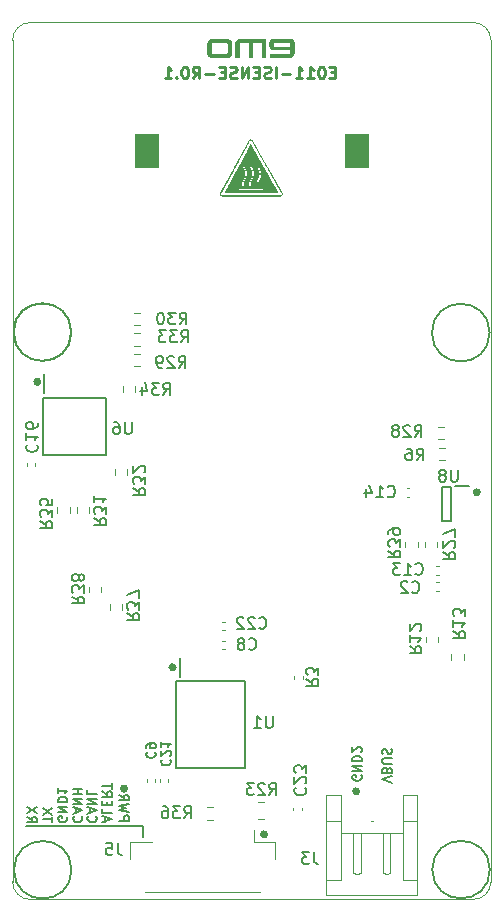
<source format=gbr>
%TF.GenerationSoftware,KiCad,Pcbnew,(7.0.0)*%
%TF.CreationDate,2023-07-13T15:07:20+05:30*%
%TF.ProjectId,EMO current sense INA190,454d4f20-6375-4727-9265-6e742073656e,1*%
%TF.SameCoordinates,Original*%
%TF.FileFunction,Legend,Bot*%
%TF.FilePolarity,Positive*%
%FSLAX46Y46*%
G04 Gerber Fmt 4.6, Leading zero omitted, Abs format (unit mm)*
G04 Created by KiCad (PCBNEW (7.0.0)) date 2023-07-13 15:07:20*
%MOMM*%
%LPD*%
G01*
G04 APERTURE LIST*
%ADD10C,0.150000*%
%ADD11C,0.375000*%
%ADD12C,0.250000*%
%ADD13C,0.120000*%
%ADD14C,0.200000*%
%ADD15C,0.360000*%
%ADD16R,2.000000X3.000000*%
%TA.AperFunction,Profile*%
%ADD17C,0.100000*%
%TD*%
G04 APERTURE END LIST*
D10*
X158448893Y-52708893D02*
G75*
G03*
X158448893Y-52708893I-2438893J0D01*
G01*
X154660600Y-94513400D02*
X164541200Y-94513400D01*
X164541200Y-94513400D02*
X164540000Y-95470000D01*
X158477786Y-52720000D02*
G75*
G03*
X158477786Y-52720000I-2438893J0D01*
G01*
X193890000Y-52760000D02*
G75*
G03*
X193890000Y-52760000I-2444013J0D01*
G01*
X158487786Y-98240000D02*
G75*
G03*
X158487786Y-98240000I-2438893J0D01*
G01*
D11*
X163127500Y-91360000D02*
G75*
G03*
X163127500Y-91360000I-187500J0D01*
G01*
D10*
X193910000Y-98220000D02*
G75*
G03*
X193910000Y-98220000I-2438893J0D01*
G01*
X183030000Y-90250476D02*
X183068095Y-90326666D01*
X183068095Y-90326666D02*
X183068095Y-90440952D01*
X183068095Y-90440952D02*
X183030000Y-90555238D01*
X183030000Y-90555238D02*
X182953809Y-90631428D01*
X182953809Y-90631428D02*
X182877619Y-90669523D01*
X182877619Y-90669523D02*
X182725238Y-90707619D01*
X182725238Y-90707619D02*
X182610952Y-90707619D01*
X182610952Y-90707619D02*
X182458571Y-90669523D01*
X182458571Y-90669523D02*
X182382380Y-90631428D01*
X182382380Y-90631428D02*
X182306190Y-90555238D01*
X182306190Y-90555238D02*
X182268095Y-90440952D01*
X182268095Y-90440952D02*
X182268095Y-90364761D01*
X182268095Y-90364761D02*
X182306190Y-90250476D01*
X182306190Y-90250476D02*
X182344285Y-90212380D01*
X182344285Y-90212380D02*
X182610952Y-90212380D01*
X182610952Y-90212380D02*
X182610952Y-90364761D01*
X182268095Y-89869523D02*
X183068095Y-89869523D01*
X183068095Y-89869523D02*
X182268095Y-89412380D01*
X182268095Y-89412380D02*
X183068095Y-89412380D01*
X182268095Y-89031428D02*
X183068095Y-89031428D01*
X183068095Y-89031428D02*
X183068095Y-88840952D01*
X183068095Y-88840952D02*
X183030000Y-88726666D01*
X183030000Y-88726666D02*
X182953809Y-88650476D01*
X182953809Y-88650476D02*
X182877619Y-88612381D01*
X182877619Y-88612381D02*
X182725238Y-88574285D01*
X182725238Y-88574285D02*
X182610952Y-88574285D01*
X182610952Y-88574285D02*
X182458571Y-88612381D01*
X182458571Y-88612381D02*
X182382380Y-88650476D01*
X182382380Y-88650476D02*
X182306190Y-88726666D01*
X182306190Y-88726666D02*
X182268095Y-88840952D01*
X182268095Y-88840952D02*
X182268095Y-89031428D01*
X182991904Y-88269524D02*
X183030000Y-88231428D01*
X183030000Y-88231428D02*
X183068095Y-88155238D01*
X183068095Y-88155238D02*
X183068095Y-87964762D01*
X183068095Y-87964762D02*
X183030000Y-87888571D01*
X183030000Y-87888571D02*
X182991904Y-87850476D01*
X182991904Y-87850476D02*
X182915714Y-87812381D01*
X182915714Y-87812381D02*
X182839523Y-87812381D01*
X182839523Y-87812381D02*
X182725238Y-87850476D01*
X182725238Y-87850476D02*
X182268095Y-88307619D01*
X182268095Y-88307619D02*
X182268095Y-87812381D01*
X156853895Y-94208609D02*
X156853895Y-93751466D01*
X156053895Y-93980038D02*
X156853895Y-93980038D01*
X156853895Y-93560990D02*
X156053895Y-93027656D01*
X156853895Y-93027656D02*
X156053895Y-93560990D01*
X154733095Y-93738780D02*
X155114047Y-94005447D01*
X154733095Y-94195923D02*
X155533095Y-94195923D01*
X155533095Y-94195923D02*
X155533095Y-93891161D01*
X155533095Y-93891161D02*
X155495000Y-93814971D01*
X155495000Y-93814971D02*
X155456904Y-93776876D01*
X155456904Y-93776876D02*
X155380714Y-93738780D01*
X155380714Y-93738780D02*
X155266428Y-93738780D01*
X155266428Y-93738780D02*
X155190238Y-93776876D01*
X155190238Y-93776876D02*
X155152142Y-93814971D01*
X155152142Y-93814971D02*
X155114047Y-93891161D01*
X155114047Y-93891161D02*
X155114047Y-94195923D01*
X155533095Y-93472114D02*
X154733095Y-92938780D01*
X155533095Y-92938780D02*
X154733095Y-93472114D01*
D12*
X180791904Y-30708571D02*
X180458571Y-30708571D01*
X180315714Y-31232380D02*
X180791904Y-31232380D01*
X180791904Y-31232380D02*
X180791904Y-30232380D01*
X180791904Y-30232380D02*
X180315714Y-30232380D01*
X179696666Y-30232380D02*
X179601428Y-30232380D01*
X179601428Y-30232380D02*
X179506190Y-30280000D01*
X179506190Y-30280000D02*
X179458571Y-30327619D01*
X179458571Y-30327619D02*
X179410952Y-30422857D01*
X179410952Y-30422857D02*
X179363333Y-30613333D01*
X179363333Y-30613333D02*
X179363333Y-30851428D01*
X179363333Y-30851428D02*
X179410952Y-31041904D01*
X179410952Y-31041904D02*
X179458571Y-31137142D01*
X179458571Y-31137142D02*
X179506190Y-31184761D01*
X179506190Y-31184761D02*
X179601428Y-31232380D01*
X179601428Y-31232380D02*
X179696666Y-31232380D01*
X179696666Y-31232380D02*
X179791904Y-31184761D01*
X179791904Y-31184761D02*
X179839523Y-31137142D01*
X179839523Y-31137142D02*
X179887142Y-31041904D01*
X179887142Y-31041904D02*
X179934761Y-30851428D01*
X179934761Y-30851428D02*
X179934761Y-30613333D01*
X179934761Y-30613333D02*
X179887142Y-30422857D01*
X179887142Y-30422857D02*
X179839523Y-30327619D01*
X179839523Y-30327619D02*
X179791904Y-30280000D01*
X179791904Y-30280000D02*
X179696666Y-30232380D01*
X178410952Y-31232380D02*
X178982380Y-31232380D01*
X178696666Y-31232380D02*
X178696666Y-30232380D01*
X178696666Y-30232380D02*
X178791904Y-30375238D01*
X178791904Y-30375238D02*
X178887142Y-30470476D01*
X178887142Y-30470476D02*
X178982380Y-30518095D01*
X177458571Y-31232380D02*
X178029999Y-31232380D01*
X177744285Y-31232380D02*
X177744285Y-30232380D01*
X177744285Y-30232380D02*
X177839523Y-30375238D01*
X177839523Y-30375238D02*
X177934761Y-30470476D01*
X177934761Y-30470476D02*
X178029999Y-30518095D01*
X177029999Y-30851428D02*
X176268095Y-30851428D01*
X175791904Y-31232380D02*
X175791904Y-30232380D01*
X175363333Y-31184761D02*
X175220476Y-31232380D01*
X175220476Y-31232380D02*
X174982381Y-31232380D01*
X174982381Y-31232380D02*
X174887143Y-31184761D01*
X174887143Y-31184761D02*
X174839524Y-31137142D01*
X174839524Y-31137142D02*
X174791905Y-31041904D01*
X174791905Y-31041904D02*
X174791905Y-30946666D01*
X174791905Y-30946666D02*
X174839524Y-30851428D01*
X174839524Y-30851428D02*
X174887143Y-30803809D01*
X174887143Y-30803809D02*
X174982381Y-30756190D01*
X174982381Y-30756190D02*
X175172857Y-30708571D01*
X175172857Y-30708571D02*
X175268095Y-30660952D01*
X175268095Y-30660952D02*
X175315714Y-30613333D01*
X175315714Y-30613333D02*
X175363333Y-30518095D01*
X175363333Y-30518095D02*
X175363333Y-30422857D01*
X175363333Y-30422857D02*
X175315714Y-30327619D01*
X175315714Y-30327619D02*
X175268095Y-30280000D01*
X175268095Y-30280000D02*
X175172857Y-30232380D01*
X175172857Y-30232380D02*
X174934762Y-30232380D01*
X174934762Y-30232380D02*
X174791905Y-30280000D01*
X174363333Y-30708571D02*
X174030000Y-30708571D01*
X173887143Y-31232380D02*
X174363333Y-31232380D01*
X174363333Y-31232380D02*
X174363333Y-30232380D01*
X174363333Y-30232380D02*
X173887143Y-30232380D01*
X173458571Y-31232380D02*
X173458571Y-30232380D01*
X173458571Y-30232380D02*
X172887143Y-31232380D01*
X172887143Y-31232380D02*
X172887143Y-30232380D01*
X172458571Y-31184761D02*
X172315714Y-31232380D01*
X172315714Y-31232380D02*
X172077619Y-31232380D01*
X172077619Y-31232380D02*
X171982381Y-31184761D01*
X171982381Y-31184761D02*
X171934762Y-31137142D01*
X171934762Y-31137142D02*
X171887143Y-31041904D01*
X171887143Y-31041904D02*
X171887143Y-30946666D01*
X171887143Y-30946666D02*
X171934762Y-30851428D01*
X171934762Y-30851428D02*
X171982381Y-30803809D01*
X171982381Y-30803809D02*
X172077619Y-30756190D01*
X172077619Y-30756190D02*
X172268095Y-30708571D01*
X172268095Y-30708571D02*
X172363333Y-30660952D01*
X172363333Y-30660952D02*
X172410952Y-30613333D01*
X172410952Y-30613333D02*
X172458571Y-30518095D01*
X172458571Y-30518095D02*
X172458571Y-30422857D01*
X172458571Y-30422857D02*
X172410952Y-30327619D01*
X172410952Y-30327619D02*
X172363333Y-30280000D01*
X172363333Y-30280000D02*
X172268095Y-30232380D01*
X172268095Y-30232380D02*
X172030000Y-30232380D01*
X172030000Y-30232380D02*
X171887143Y-30280000D01*
X171458571Y-30708571D02*
X171125238Y-30708571D01*
X170982381Y-31232380D02*
X171458571Y-31232380D01*
X171458571Y-31232380D02*
X171458571Y-30232380D01*
X171458571Y-30232380D02*
X170982381Y-30232380D01*
X170553809Y-30851428D02*
X169791905Y-30851428D01*
X168744286Y-31232380D02*
X169077619Y-30756190D01*
X169315714Y-31232380D02*
X169315714Y-30232380D01*
X169315714Y-30232380D02*
X168934762Y-30232380D01*
X168934762Y-30232380D02*
X168839524Y-30280000D01*
X168839524Y-30280000D02*
X168791905Y-30327619D01*
X168791905Y-30327619D02*
X168744286Y-30422857D01*
X168744286Y-30422857D02*
X168744286Y-30565714D01*
X168744286Y-30565714D02*
X168791905Y-30660952D01*
X168791905Y-30660952D02*
X168839524Y-30708571D01*
X168839524Y-30708571D02*
X168934762Y-30756190D01*
X168934762Y-30756190D02*
X169315714Y-30756190D01*
X168125238Y-30232380D02*
X168030000Y-30232380D01*
X168030000Y-30232380D02*
X167934762Y-30280000D01*
X167934762Y-30280000D02*
X167887143Y-30327619D01*
X167887143Y-30327619D02*
X167839524Y-30422857D01*
X167839524Y-30422857D02*
X167791905Y-30613333D01*
X167791905Y-30613333D02*
X167791905Y-30851428D01*
X167791905Y-30851428D02*
X167839524Y-31041904D01*
X167839524Y-31041904D02*
X167887143Y-31137142D01*
X167887143Y-31137142D02*
X167934762Y-31184761D01*
X167934762Y-31184761D02*
X168030000Y-31232380D01*
X168030000Y-31232380D02*
X168125238Y-31232380D01*
X168125238Y-31232380D02*
X168220476Y-31184761D01*
X168220476Y-31184761D02*
X168268095Y-31137142D01*
X168268095Y-31137142D02*
X168315714Y-31041904D01*
X168315714Y-31041904D02*
X168363333Y-30851428D01*
X168363333Y-30851428D02*
X168363333Y-30613333D01*
X168363333Y-30613333D02*
X168315714Y-30422857D01*
X168315714Y-30422857D02*
X168268095Y-30327619D01*
X168268095Y-30327619D02*
X168220476Y-30280000D01*
X168220476Y-30280000D02*
X168125238Y-30232380D01*
X167363333Y-31137142D02*
X167315714Y-31184761D01*
X167315714Y-31184761D02*
X167363333Y-31232380D01*
X167363333Y-31232380D02*
X167410952Y-31184761D01*
X167410952Y-31184761D02*
X167363333Y-31137142D01*
X167363333Y-31137142D02*
X167363333Y-31232380D01*
X166363334Y-31232380D02*
X166934762Y-31232380D01*
X166649048Y-31232380D02*
X166649048Y-30232380D01*
X166649048Y-30232380D02*
X166744286Y-30375238D01*
X166744286Y-30375238D02*
X166839524Y-30470476D01*
X166839524Y-30470476D02*
X166934762Y-30518095D01*
D10*
X185608095Y-90853809D02*
X184808095Y-90587142D01*
X184808095Y-90587142D02*
X185608095Y-90320476D01*
X185227142Y-89787143D02*
X185189047Y-89672857D01*
X185189047Y-89672857D02*
X185150952Y-89634762D01*
X185150952Y-89634762D02*
X185074761Y-89596666D01*
X185074761Y-89596666D02*
X184960476Y-89596666D01*
X184960476Y-89596666D02*
X184884285Y-89634762D01*
X184884285Y-89634762D02*
X184846190Y-89672857D01*
X184846190Y-89672857D02*
X184808095Y-89749047D01*
X184808095Y-89749047D02*
X184808095Y-90053809D01*
X184808095Y-90053809D02*
X185608095Y-90053809D01*
X185608095Y-90053809D02*
X185608095Y-89787143D01*
X185608095Y-89787143D02*
X185570000Y-89710952D01*
X185570000Y-89710952D02*
X185531904Y-89672857D01*
X185531904Y-89672857D02*
X185455714Y-89634762D01*
X185455714Y-89634762D02*
X185379523Y-89634762D01*
X185379523Y-89634762D02*
X185303333Y-89672857D01*
X185303333Y-89672857D02*
X185265238Y-89710952D01*
X185265238Y-89710952D02*
X185227142Y-89787143D01*
X185227142Y-89787143D02*
X185227142Y-90053809D01*
X185608095Y-89253809D02*
X184960476Y-89253809D01*
X184960476Y-89253809D02*
X184884285Y-89215714D01*
X184884285Y-89215714D02*
X184846190Y-89177619D01*
X184846190Y-89177619D02*
X184808095Y-89101428D01*
X184808095Y-89101428D02*
X184808095Y-88949047D01*
X184808095Y-88949047D02*
X184846190Y-88872857D01*
X184846190Y-88872857D02*
X184884285Y-88834762D01*
X184884285Y-88834762D02*
X184960476Y-88796666D01*
X184960476Y-88796666D02*
X185608095Y-88796666D01*
X184846190Y-88453810D02*
X184808095Y-88339524D01*
X184808095Y-88339524D02*
X184808095Y-88149048D01*
X184808095Y-88149048D02*
X184846190Y-88072857D01*
X184846190Y-88072857D02*
X184884285Y-88034762D01*
X184884285Y-88034762D02*
X184960476Y-87996667D01*
X184960476Y-87996667D02*
X185036666Y-87996667D01*
X185036666Y-87996667D02*
X185112857Y-88034762D01*
X185112857Y-88034762D02*
X185150952Y-88072857D01*
X185150952Y-88072857D02*
X185189047Y-88149048D01*
X185189047Y-88149048D02*
X185227142Y-88301429D01*
X185227142Y-88301429D02*
X185265238Y-88377619D01*
X185265238Y-88377619D02*
X185303333Y-88415714D01*
X185303333Y-88415714D02*
X185379523Y-88453810D01*
X185379523Y-88453810D02*
X185455714Y-88453810D01*
X185455714Y-88453810D02*
X185531904Y-88415714D01*
X185531904Y-88415714D02*
X185570000Y-88377619D01*
X185570000Y-88377619D02*
X185608095Y-88301429D01*
X185608095Y-88301429D02*
X185608095Y-88110952D01*
X185608095Y-88110952D02*
X185570000Y-87996667D01*
X162530895Y-94068923D02*
X163330895Y-94068923D01*
X163330895Y-94068923D02*
X163330895Y-93764161D01*
X163330895Y-93764161D02*
X163292800Y-93687971D01*
X163292800Y-93687971D02*
X163254704Y-93649876D01*
X163254704Y-93649876D02*
X163178514Y-93611780D01*
X163178514Y-93611780D02*
X163064228Y-93611780D01*
X163064228Y-93611780D02*
X162988038Y-93649876D01*
X162988038Y-93649876D02*
X162949942Y-93687971D01*
X162949942Y-93687971D02*
X162911847Y-93764161D01*
X162911847Y-93764161D02*
X162911847Y-94068923D01*
X163330895Y-93345114D02*
X162530895Y-93154638D01*
X162530895Y-93154638D02*
X163102323Y-93002257D01*
X163102323Y-93002257D02*
X162530895Y-92849876D01*
X162530895Y-92849876D02*
X163330895Y-92659400D01*
X162530895Y-91897494D02*
X162911847Y-92164161D01*
X162530895Y-92354637D02*
X163330895Y-92354637D01*
X163330895Y-92354637D02*
X163330895Y-92049875D01*
X163330895Y-92049875D02*
X163292800Y-91973685D01*
X163292800Y-91973685D02*
X163254704Y-91935590D01*
X163254704Y-91935590D02*
X163178514Y-91897494D01*
X163178514Y-91897494D02*
X163064228Y-91897494D01*
X163064228Y-91897494D02*
X162988038Y-91935590D01*
X162988038Y-91935590D02*
X162949942Y-91973685D01*
X162949942Y-91973685D02*
X162911847Y-92049875D01*
X162911847Y-92049875D02*
X162911847Y-92354637D01*
X158111200Y-93751476D02*
X158149295Y-93827666D01*
X158149295Y-93827666D02*
X158149295Y-93941952D01*
X158149295Y-93941952D02*
X158111200Y-94056238D01*
X158111200Y-94056238D02*
X158035009Y-94132428D01*
X158035009Y-94132428D02*
X157958819Y-94170523D01*
X157958819Y-94170523D02*
X157806438Y-94208619D01*
X157806438Y-94208619D02*
X157692152Y-94208619D01*
X157692152Y-94208619D02*
X157539771Y-94170523D01*
X157539771Y-94170523D02*
X157463580Y-94132428D01*
X157463580Y-94132428D02*
X157387390Y-94056238D01*
X157387390Y-94056238D02*
X157349295Y-93941952D01*
X157349295Y-93941952D02*
X157349295Y-93865761D01*
X157349295Y-93865761D02*
X157387390Y-93751476D01*
X157387390Y-93751476D02*
X157425485Y-93713380D01*
X157425485Y-93713380D02*
X157692152Y-93713380D01*
X157692152Y-93713380D02*
X157692152Y-93865761D01*
X157349295Y-93370523D02*
X158149295Y-93370523D01*
X158149295Y-93370523D02*
X157349295Y-92913380D01*
X157349295Y-92913380D02*
X158149295Y-92913380D01*
X157349295Y-92532428D02*
X158149295Y-92532428D01*
X158149295Y-92532428D02*
X158149295Y-92341952D01*
X158149295Y-92341952D02*
X158111200Y-92227666D01*
X158111200Y-92227666D02*
X158035009Y-92151476D01*
X158035009Y-92151476D02*
X157958819Y-92113381D01*
X157958819Y-92113381D02*
X157806438Y-92075285D01*
X157806438Y-92075285D02*
X157692152Y-92075285D01*
X157692152Y-92075285D02*
X157539771Y-92113381D01*
X157539771Y-92113381D02*
X157463580Y-92151476D01*
X157463580Y-92151476D02*
X157387390Y-92227666D01*
X157387390Y-92227666D02*
X157349295Y-92341952D01*
X157349295Y-92341952D02*
X157349295Y-92532428D01*
X157349295Y-91313381D02*
X157349295Y-91770524D01*
X157349295Y-91541952D02*
X158149295Y-91541952D01*
X158149295Y-91541952D02*
X158035009Y-91618143D01*
X158035009Y-91618143D02*
X157958819Y-91694333D01*
X157958819Y-91694333D02*
X157920723Y-91770524D01*
X158695485Y-93713380D02*
X158657390Y-93751476D01*
X158657390Y-93751476D02*
X158619295Y-93865761D01*
X158619295Y-93865761D02*
X158619295Y-93941952D01*
X158619295Y-93941952D02*
X158657390Y-94056238D01*
X158657390Y-94056238D02*
X158733580Y-94132428D01*
X158733580Y-94132428D02*
X158809771Y-94170523D01*
X158809771Y-94170523D02*
X158962152Y-94208619D01*
X158962152Y-94208619D02*
X159076438Y-94208619D01*
X159076438Y-94208619D02*
X159228819Y-94170523D01*
X159228819Y-94170523D02*
X159305009Y-94132428D01*
X159305009Y-94132428D02*
X159381200Y-94056238D01*
X159381200Y-94056238D02*
X159419295Y-93941952D01*
X159419295Y-93941952D02*
X159419295Y-93865761D01*
X159419295Y-93865761D02*
X159381200Y-93751476D01*
X159381200Y-93751476D02*
X159343104Y-93713380D01*
X158847866Y-93408619D02*
X158847866Y-93027666D01*
X158619295Y-93484809D02*
X159419295Y-93218142D01*
X159419295Y-93218142D02*
X158619295Y-92951476D01*
X158619295Y-92684809D02*
X159419295Y-92684809D01*
X159419295Y-92684809D02*
X158619295Y-92227666D01*
X158619295Y-92227666D02*
X159419295Y-92227666D01*
X158619295Y-91846714D02*
X159419295Y-91846714D01*
X159038342Y-91846714D02*
X159038342Y-91389571D01*
X158619295Y-91389571D02*
X159419295Y-91389571D01*
X161337066Y-94157819D02*
X161337066Y-93776866D01*
X161108495Y-94234009D02*
X161908495Y-93967342D01*
X161908495Y-93967342D02*
X161108495Y-93700676D01*
X161108495Y-93053057D02*
X161108495Y-93434009D01*
X161108495Y-93434009D02*
X161908495Y-93434009D01*
X161527542Y-92786390D02*
X161527542Y-92519724D01*
X161108495Y-92405438D02*
X161108495Y-92786390D01*
X161108495Y-92786390D02*
X161908495Y-92786390D01*
X161908495Y-92786390D02*
X161908495Y-92405438D01*
X161108495Y-91605437D02*
X161489447Y-91872104D01*
X161108495Y-92062580D02*
X161908495Y-92062580D01*
X161908495Y-92062580D02*
X161908495Y-91757818D01*
X161908495Y-91757818D02*
X161870400Y-91681628D01*
X161870400Y-91681628D02*
X161832304Y-91643533D01*
X161832304Y-91643533D02*
X161756114Y-91605437D01*
X161756114Y-91605437D02*
X161641828Y-91605437D01*
X161641828Y-91605437D02*
X161565638Y-91643533D01*
X161565638Y-91643533D02*
X161527542Y-91681628D01*
X161527542Y-91681628D02*
X161489447Y-91757818D01*
X161489447Y-91757818D02*
X161489447Y-92062580D01*
X161908495Y-91376866D02*
X161908495Y-90919723D01*
X161108495Y-91148295D02*
X161908495Y-91148295D01*
X159914685Y-93713380D02*
X159876590Y-93751476D01*
X159876590Y-93751476D02*
X159838495Y-93865761D01*
X159838495Y-93865761D02*
X159838495Y-93941952D01*
X159838495Y-93941952D02*
X159876590Y-94056238D01*
X159876590Y-94056238D02*
X159952780Y-94132428D01*
X159952780Y-94132428D02*
X160028971Y-94170523D01*
X160028971Y-94170523D02*
X160181352Y-94208619D01*
X160181352Y-94208619D02*
X160295638Y-94208619D01*
X160295638Y-94208619D02*
X160448019Y-94170523D01*
X160448019Y-94170523D02*
X160524209Y-94132428D01*
X160524209Y-94132428D02*
X160600400Y-94056238D01*
X160600400Y-94056238D02*
X160638495Y-93941952D01*
X160638495Y-93941952D02*
X160638495Y-93865761D01*
X160638495Y-93865761D02*
X160600400Y-93751476D01*
X160600400Y-93751476D02*
X160562304Y-93713380D01*
X160067066Y-93408619D02*
X160067066Y-93027666D01*
X159838495Y-93484809D02*
X160638495Y-93218142D01*
X160638495Y-93218142D02*
X159838495Y-92951476D01*
X159838495Y-92684809D02*
X160638495Y-92684809D01*
X160638495Y-92684809D02*
X159838495Y-92227666D01*
X159838495Y-92227666D02*
X160638495Y-92227666D01*
X159838495Y-91465762D02*
X159838495Y-91846714D01*
X159838495Y-91846714D02*
X160638495Y-91846714D01*
%TO.C,R13*%
X190812619Y-78052857D02*
X191288809Y-78386190D01*
X190812619Y-78624285D02*
X191812619Y-78624285D01*
X191812619Y-78624285D02*
X191812619Y-78243333D01*
X191812619Y-78243333D02*
X191765000Y-78148095D01*
X191765000Y-78148095D02*
X191717380Y-78100476D01*
X191717380Y-78100476D02*
X191622142Y-78052857D01*
X191622142Y-78052857D02*
X191479285Y-78052857D01*
X191479285Y-78052857D02*
X191384047Y-78100476D01*
X191384047Y-78100476D02*
X191336428Y-78148095D01*
X191336428Y-78148095D02*
X191288809Y-78243333D01*
X191288809Y-78243333D02*
X191288809Y-78624285D01*
X190812619Y-77100476D02*
X190812619Y-77671904D01*
X190812619Y-77386190D02*
X191812619Y-77386190D01*
X191812619Y-77386190D02*
X191669761Y-77481428D01*
X191669761Y-77481428D02*
X191574523Y-77576666D01*
X191574523Y-77576666D02*
X191526904Y-77671904D01*
X191812619Y-76767142D02*
X191812619Y-76148095D01*
X191812619Y-76148095D02*
X191431666Y-76481428D01*
X191431666Y-76481428D02*
X191431666Y-76338571D01*
X191431666Y-76338571D02*
X191384047Y-76243333D01*
X191384047Y-76243333D02*
X191336428Y-76195714D01*
X191336428Y-76195714D02*
X191241190Y-76148095D01*
X191241190Y-76148095D02*
X191003095Y-76148095D01*
X191003095Y-76148095D02*
X190907857Y-76195714D01*
X190907857Y-76195714D02*
X190860238Y-76243333D01*
X190860238Y-76243333D02*
X190812619Y-76338571D01*
X190812619Y-76338571D02*
X190812619Y-76624285D01*
X190812619Y-76624285D02*
X190860238Y-76719523D01*
X190860238Y-76719523D02*
X190907857Y-76767142D01*
%TO.C,C8*%
X173506666Y-79522142D02*
X173554285Y-79569761D01*
X173554285Y-79569761D02*
X173697142Y-79617380D01*
X173697142Y-79617380D02*
X173792380Y-79617380D01*
X173792380Y-79617380D02*
X173935237Y-79569761D01*
X173935237Y-79569761D02*
X174030475Y-79474523D01*
X174030475Y-79474523D02*
X174078094Y-79379285D01*
X174078094Y-79379285D02*
X174125713Y-79188809D01*
X174125713Y-79188809D02*
X174125713Y-79045952D01*
X174125713Y-79045952D02*
X174078094Y-78855476D01*
X174078094Y-78855476D02*
X174030475Y-78760238D01*
X174030475Y-78760238D02*
X173935237Y-78665000D01*
X173935237Y-78665000D02*
X173792380Y-78617380D01*
X173792380Y-78617380D02*
X173697142Y-78617380D01*
X173697142Y-78617380D02*
X173554285Y-78665000D01*
X173554285Y-78665000D02*
X173506666Y-78712619D01*
X172935237Y-79045952D02*
X173030475Y-78998333D01*
X173030475Y-78998333D02*
X173078094Y-78950714D01*
X173078094Y-78950714D02*
X173125713Y-78855476D01*
X173125713Y-78855476D02*
X173125713Y-78807857D01*
X173125713Y-78807857D02*
X173078094Y-78712619D01*
X173078094Y-78712619D02*
X173030475Y-78665000D01*
X173030475Y-78665000D02*
X172935237Y-78617380D01*
X172935237Y-78617380D02*
X172744761Y-78617380D01*
X172744761Y-78617380D02*
X172649523Y-78665000D01*
X172649523Y-78665000D02*
X172601904Y-78712619D01*
X172601904Y-78712619D02*
X172554285Y-78807857D01*
X172554285Y-78807857D02*
X172554285Y-78855476D01*
X172554285Y-78855476D02*
X172601904Y-78950714D01*
X172601904Y-78950714D02*
X172649523Y-78998333D01*
X172649523Y-78998333D02*
X172744761Y-79045952D01*
X172744761Y-79045952D02*
X172935237Y-79045952D01*
X172935237Y-79045952D02*
X173030475Y-79093571D01*
X173030475Y-79093571D02*
X173078094Y-79141190D01*
X173078094Y-79141190D02*
X173125713Y-79236428D01*
X173125713Y-79236428D02*
X173125713Y-79426904D01*
X173125713Y-79426904D02*
X173078094Y-79522142D01*
X173078094Y-79522142D02*
X173030475Y-79569761D01*
X173030475Y-79569761D02*
X172935237Y-79617380D01*
X172935237Y-79617380D02*
X172744761Y-79617380D01*
X172744761Y-79617380D02*
X172649523Y-79569761D01*
X172649523Y-79569761D02*
X172601904Y-79522142D01*
X172601904Y-79522142D02*
X172554285Y-79426904D01*
X172554285Y-79426904D02*
X172554285Y-79236428D01*
X172554285Y-79236428D02*
X172601904Y-79141190D01*
X172601904Y-79141190D02*
X172649523Y-79093571D01*
X172649523Y-79093571D02*
X172744761Y-79045952D01*
%TO.C,C16*%
X154737857Y-62242857D02*
X154690238Y-62290476D01*
X154690238Y-62290476D02*
X154642619Y-62433333D01*
X154642619Y-62433333D02*
X154642619Y-62528571D01*
X154642619Y-62528571D02*
X154690238Y-62671428D01*
X154690238Y-62671428D02*
X154785476Y-62766666D01*
X154785476Y-62766666D02*
X154880714Y-62814285D01*
X154880714Y-62814285D02*
X155071190Y-62861904D01*
X155071190Y-62861904D02*
X155214047Y-62861904D01*
X155214047Y-62861904D02*
X155404523Y-62814285D01*
X155404523Y-62814285D02*
X155499761Y-62766666D01*
X155499761Y-62766666D02*
X155595000Y-62671428D01*
X155595000Y-62671428D02*
X155642619Y-62528571D01*
X155642619Y-62528571D02*
X155642619Y-62433333D01*
X155642619Y-62433333D02*
X155595000Y-62290476D01*
X155595000Y-62290476D02*
X155547380Y-62242857D01*
X154642619Y-61290476D02*
X154642619Y-61861904D01*
X154642619Y-61576190D02*
X155642619Y-61576190D01*
X155642619Y-61576190D02*
X155499761Y-61671428D01*
X155499761Y-61671428D02*
X155404523Y-61766666D01*
X155404523Y-61766666D02*
X155356904Y-61861904D01*
X155642619Y-60433333D02*
X155642619Y-60623809D01*
X155642619Y-60623809D02*
X155595000Y-60719047D01*
X155595000Y-60719047D02*
X155547380Y-60766666D01*
X155547380Y-60766666D02*
X155404523Y-60861904D01*
X155404523Y-60861904D02*
X155214047Y-60909523D01*
X155214047Y-60909523D02*
X154833095Y-60909523D01*
X154833095Y-60909523D02*
X154737857Y-60861904D01*
X154737857Y-60861904D02*
X154690238Y-60814285D01*
X154690238Y-60814285D02*
X154642619Y-60719047D01*
X154642619Y-60719047D02*
X154642619Y-60528571D01*
X154642619Y-60528571D02*
X154690238Y-60433333D01*
X154690238Y-60433333D02*
X154737857Y-60385714D01*
X154737857Y-60385714D02*
X154833095Y-60338095D01*
X154833095Y-60338095D02*
X155071190Y-60338095D01*
X155071190Y-60338095D02*
X155166428Y-60385714D01*
X155166428Y-60385714D02*
X155214047Y-60433333D01*
X155214047Y-60433333D02*
X155261666Y-60528571D01*
X155261666Y-60528571D02*
X155261666Y-60719047D01*
X155261666Y-60719047D02*
X155214047Y-60814285D01*
X155214047Y-60814285D02*
X155166428Y-60861904D01*
X155166428Y-60861904D02*
X155071190Y-60909523D01*
%TO.C,R37*%
X163208619Y-76538057D02*
X163684809Y-76871390D01*
X163208619Y-77109485D02*
X164208619Y-77109485D01*
X164208619Y-77109485D02*
X164208619Y-76728533D01*
X164208619Y-76728533D02*
X164161000Y-76633295D01*
X164161000Y-76633295D02*
X164113380Y-76585676D01*
X164113380Y-76585676D02*
X164018142Y-76538057D01*
X164018142Y-76538057D02*
X163875285Y-76538057D01*
X163875285Y-76538057D02*
X163780047Y-76585676D01*
X163780047Y-76585676D02*
X163732428Y-76633295D01*
X163732428Y-76633295D02*
X163684809Y-76728533D01*
X163684809Y-76728533D02*
X163684809Y-77109485D01*
X164208619Y-76204723D02*
X164208619Y-75585676D01*
X164208619Y-75585676D02*
X163827666Y-75919009D01*
X163827666Y-75919009D02*
X163827666Y-75776152D01*
X163827666Y-75776152D02*
X163780047Y-75680914D01*
X163780047Y-75680914D02*
X163732428Y-75633295D01*
X163732428Y-75633295D02*
X163637190Y-75585676D01*
X163637190Y-75585676D02*
X163399095Y-75585676D01*
X163399095Y-75585676D02*
X163303857Y-75633295D01*
X163303857Y-75633295D02*
X163256238Y-75680914D01*
X163256238Y-75680914D02*
X163208619Y-75776152D01*
X163208619Y-75776152D02*
X163208619Y-76061866D01*
X163208619Y-76061866D02*
X163256238Y-76157104D01*
X163256238Y-76157104D02*
X163303857Y-76204723D01*
X164208619Y-75252342D02*
X164208619Y-74585676D01*
X164208619Y-74585676D02*
X163208619Y-75014247D01*
%TO.C,R38*%
X158522619Y-75102857D02*
X158998809Y-75436190D01*
X158522619Y-75674285D02*
X159522619Y-75674285D01*
X159522619Y-75674285D02*
X159522619Y-75293333D01*
X159522619Y-75293333D02*
X159475000Y-75198095D01*
X159475000Y-75198095D02*
X159427380Y-75150476D01*
X159427380Y-75150476D02*
X159332142Y-75102857D01*
X159332142Y-75102857D02*
X159189285Y-75102857D01*
X159189285Y-75102857D02*
X159094047Y-75150476D01*
X159094047Y-75150476D02*
X159046428Y-75198095D01*
X159046428Y-75198095D02*
X158998809Y-75293333D01*
X158998809Y-75293333D02*
X158998809Y-75674285D01*
X159522619Y-74769523D02*
X159522619Y-74150476D01*
X159522619Y-74150476D02*
X159141666Y-74483809D01*
X159141666Y-74483809D02*
X159141666Y-74340952D01*
X159141666Y-74340952D02*
X159094047Y-74245714D01*
X159094047Y-74245714D02*
X159046428Y-74198095D01*
X159046428Y-74198095D02*
X158951190Y-74150476D01*
X158951190Y-74150476D02*
X158713095Y-74150476D01*
X158713095Y-74150476D02*
X158617857Y-74198095D01*
X158617857Y-74198095D02*
X158570238Y-74245714D01*
X158570238Y-74245714D02*
X158522619Y-74340952D01*
X158522619Y-74340952D02*
X158522619Y-74626666D01*
X158522619Y-74626666D02*
X158570238Y-74721904D01*
X158570238Y-74721904D02*
X158617857Y-74769523D01*
X159094047Y-73579047D02*
X159141666Y-73674285D01*
X159141666Y-73674285D02*
X159189285Y-73721904D01*
X159189285Y-73721904D02*
X159284523Y-73769523D01*
X159284523Y-73769523D02*
X159332142Y-73769523D01*
X159332142Y-73769523D02*
X159427380Y-73721904D01*
X159427380Y-73721904D02*
X159475000Y-73674285D01*
X159475000Y-73674285D02*
X159522619Y-73579047D01*
X159522619Y-73579047D02*
X159522619Y-73388571D01*
X159522619Y-73388571D02*
X159475000Y-73293333D01*
X159475000Y-73293333D02*
X159427380Y-73245714D01*
X159427380Y-73245714D02*
X159332142Y-73198095D01*
X159332142Y-73198095D02*
X159284523Y-73198095D01*
X159284523Y-73198095D02*
X159189285Y-73245714D01*
X159189285Y-73245714D02*
X159141666Y-73293333D01*
X159141666Y-73293333D02*
X159094047Y-73388571D01*
X159094047Y-73388571D02*
X159094047Y-73579047D01*
X159094047Y-73579047D02*
X159046428Y-73674285D01*
X159046428Y-73674285D02*
X158998809Y-73721904D01*
X158998809Y-73721904D02*
X158903571Y-73769523D01*
X158903571Y-73769523D02*
X158713095Y-73769523D01*
X158713095Y-73769523D02*
X158617857Y-73721904D01*
X158617857Y-73721904D02*
X158570238Y-73674285D01*
X158570238Y-73674285D02*
X158522619Y-73579047D01*
X158522619Y-73579047D02*
X158522619Y-73388571D01*
X158522619Y-73388571D02*
X158570238Y-73293333D01*
X158570238Y-73293333D02*
X158617857Y-73245714D01*
X158617857Y-73245714D02*
X158713095Y-73198095D01*
X158713095Y-73198095D02*
X158903571Y-73198095D01*
X158903571Y-73198095D02*
X158998809Y-73245714D01*
X158998809Y-73245714D02*
X159046428Y-73293333D01*
X159046428Y-73293333D02*
X159094047Y-73388571D01*
%TO.C,U6*%
X163575904Y-60327380D02*
X163575904Y-61136904D01*
X163575904Y-61136904D02*
X163528285Y-61232142D01*
X163528285Y-61232142D02*
X163480666Y-61279761D01*
X163480666Y-61279761D02*
X163385428Y-61327380D01*
X163385428Y-61327380D02*
X163194952Y-61327380D01*
X163194952Y-61327380D02*
X163099714Y-61279761D01*
X163099714Y-61279761D02*
X163052095Y-61232142D01*
X163052095Y-61232142D02*
X163004476Y-61136904D01*
X163004476Y-61136904D02*
X163004476Y-60327380D01*
X162099714Y-60327380D02*
X162290190Y-60327380D01*
X162290190Y-60327380D02*
X162385428Y-60375000D01*
X162385428Y-60375000D02*
X162433047Y-60422619D01*
X162433047Y-60422619D02*
X162528285Y-60565476D01*
X162528285Y-60565476D02*
X162575904Y-60755952D01*
X162575904Y-60755952D02*
X162575904Y-61136904D01*
X162575904Y-61136904D02*
X162528285Y-61232142D01*
X162528285Y-61232142D02*
X162480666Y-61279761D01*
X162480666Y-61279761D02*
X162385428Y-61327380D01*
X162385428Y-61327380D02*
X162194952Y-61327380D01*
X162194952Y-61327380D02*
X162099714Y-61279761D01*
X162099714Y-61279761D02*
X162052095Y-61232142D01*
X162052095Y-61232142D02*
X162004476Y-61136904D01*
X162004476Y-61136904D02*
X162004476Y-60898809D01*
X162004476Y-60898809D02*
X162052095Y-60803571D01*
X162052095Y-60803571D02*
X162099714Y-60755952D01*
X162099714Y-60755952D02*
X162194952Y-60708333D01*
X162194952Y-60708333D02*
X162385428Y-60708333D01*
X162385428Y-60708333D02*
X162480666Y-60755952D01*
X162480666Y-60755952D02*
X162528285Y-60803571D01*
X162528285Y-60803571D02*
X162575904Y-60898809D01*
%TO.C,J5*%
X162385333Y-95977380D02*
X162385333Y-96691666D01*
X162385333Y-96691666D02*
X162432952Y-96834523D01*
X162432952Y-96834523D02*
X162528190Y-96929761D01*
X162528190Y-96929761D02*
X162671047Y-96977380D01*
X162671047Y-96977380D02*
X162766285Y-96977380D01*
X161432952Y-95977380D02*
X161909142Y-95977380D01*
X161909142Y-95977380D02*
X161956761Y-96453571D01*
X161956761Y-96453571D02*
X161909142Y-96405952D01*
X161909142Y-96405952D02*
X161813904Y-96358333D01*
X161813904Y-96358333D02*
X161575809Y-96358333D01*
X161575809Y-96358333D02*
X161480571Y-96405952D01*
X161480571Y-96405952D02*
X161432952Y-96453571D01*
X161432952Y-96453571D02*
X161385333Y-96548809D01*
X161385333Y-96548809D02*
X161385333Y-96786904D01*
X161385333Y-96786904D02*
X161432952Y-96882142D01*
X161432952Y-96882142D02*
X161480571Y-96929761D01*
X161480571Y-96929761D02*
X161575809Y-96977380D01*
X161575809Y-96977380D02*
X161813904Y-96977380D01*
X161813904Y-96977380D02*
X161909142Y-96929761D01*
X161909142Y-96929761D02*
X161956761Y-96882142D01*
%TO.C,C13*%
X187612857Y-73182142D02*
X187660476Y-73229761D01*
X187660476Y-73229761D02*
X187803333Y-73277380D01*
X187803333Y-73277380D02*
X187898571Y-73277380D01*
X187898571Y-73277380D02*
X188041428Y-73229761D01*
X188041428Y-73229761D02*
X188136666Y-73134523D01*
X188136666Y-73134523D02*
X188184285Y-73039285D01*
X188184285Y-73039285D02*
X188231904Y-72848809D01*
X188231904Y-72848809D02*
X188231904Y-72705952D01*
X188231904Y-72705952D02*
X188184285Y-72515476D01*
X188184285Y-72515476D02*
X188136666Y-72420238D01*
X188136666Y-72420238D02*
X188041428Y-72325000D01*
X188041428Y-72325000D02*
X187898571Y-72277380D01*
X187898571Y-72277380D02*
X187803333Y-72277380D01*
X187803333Y-72277380D02*
X187660476Y-72325000D01*
X187660476Y-72325000D02*
X187612857Y-72372619D01*
X186660476Y-73277380D02*
X187231904Y-73277380D01*
X186946190Y-73277380D02*
X186946190Y-72277380D01*
X186946190Y-72277380D02*
X187041428Y-72420238D01*
X187041428Y-72420238D02*
X187136666Y-72515476D01*
X187136666Y-72515476D02*
X187231904Y-72563095D01*
X186327142Y-72277380D02*
X185708095Y-72277380D01*
X185708095Y-72277380D02*
X186041428Y-72658333D01*
X186041428Y-72658333D02*
X185898571Y-72658333D01*
X185898571Y-72658333D02*
X185803333Y-72705952D01*
X185803333Y-72705952D02*
X185755714Y-72753571D01*
X185755714Y-72753571D02*
X185708095Y-72848809D01*
X185708095Y-72848809D02*
X185708095Y-73086904D01*
X185708095Y-73086904D02*
X185755714Y-73182142D01*
X185755714Y-73182142D02*
X185803333Y-73229761D01*
X185803333Y-73229761D02*
X185898571Y-73277380D01*
X185898571Y-73277380D02*
X186184285Y-73277380D01*
X186184285Y-73277380D02*
X186279523Y-73229761D01*
X186279523Y-73229761D02*
X186327142Y-73182142D01*
%TO.C,R33*%
X167762857Y-53577380D02*
X168096190Y-53101190D01*
X168334285Y-53577380D02*
X168334285Y-52577380D01*
X168334285Y-52577380D02*
X167953333Y-52577380D01*
X167953333Y-52577380D02*
X167858095Y-52625000D01*
X167858095Y-52625000D02*
X167810476Y-52672619D01*
X167810476Y-52672619D02*
X167762857Y-52767857D01*
X167762857Y-52767857D02*
X167762857Y-52910714D01*
X167762857Y-52910714D02*
X167810476Y-53005952D01*
X167810476Y-53005952D02*
X167858095Y-53053571D01*
X167858095Y-53053571D02*
X167953333Y-53101190D01*
X167953333Y-53101190D02*
X168334285Y-53101190D01*
X167429523Y-52577380D02*
X166810476Y-52577380D01*
X166810476Y-52577380D02*
X167143809Y-52958333D01*
X167143809Y-52958333D02*
X167000952Y-52958333D01*
X167000952Y-52958333D02*
X166905714Y-53005952D01*
X166905714Y-53005952D02*
X166858095Y-53053571D01*
X166858095Y-53053571D02*
X166810476Y-53148809D01*
X166810476Y-53148809D02*
X166810476Y-53386904D01*
X166810476Y-53386904D02*
X166858095Y-53482142D01*
X166858095Y-53482142D02*
X166905714Y-53529761D01*
X166905714Y-53529761D02*
X167000952Y-53577380D01*
X167000952Y-53577380D02*
X167286666Y-53577380D01*
X167286666Y-53577380D02*
X167381904Y-53529761D01*
X167381904Y-53529761D02*
X167429523Y-53482142D01*
X166477142Y-52577380D02*
X165858095Y-52577380D01*
X165858095Y-52577380D02*
X166191428Y-52958333D01*
X166191428Y-52958333D02*
X166048571Y-52958333D01*
X166048571Y-52958333D02*
X165953333Y-53005952D01*
X165953333Y-53005952D02*
X165905714Y-53053571D01*
X165905714Y-53053571D02*
X165858095Y-53148809D01*
X165858095Y-53148809D02*
X165858095Y-53386904D01*
X165858095Y-53386904D02*
X165905714Y-53482142D01*
X165905714Y-53482142D02*
X165953333Y-53529761D01*
X165953333Y-53529761D02*
X166048571Y-53577380D01*
X166048571Y-53577380D02*
X166334285Y-53577380D01*
X166334285Y-53577380D02*
X166429523Y-53529761D01*
X166429523Y-53529761D02*
X166477142Y-53482142D01*
%TO.C,C21*%
X166152285Y-88906285D02*
X166114190Y-88944381D01*
X166114190Y-88944381D02*
X166076095Y-89058666D01*
X166076095Y-89058666D02*
X166076095Y-89134857D01*
X166076095Y-89134857D02*
X166114190Y-89249143D01*
X166114190Y-89249143D02*
X166190380Y-89325333D01*
X166190380Y-89325333D02*
X166266571Y-89363428D01*
X166266571Y-89363428D02*
X166418952Y-89401524D01*
X166418952Y-89401524D02*
X166533238Y-89401524D01*
X166533238Y-89401524D02*
X166685619Y-89363428D01*
X166685619Y-89363428D02*
X166761809Y-89325333D01*
X166761809Y-89325333D02*
X166838000Y-89249143D01*
X166838000Y-89249143D02*
X166876095Y-89134857D01*
X166876095Y-89134857D02*
X166876095Y-89058666D01*
X166876095Y-89058666D02*
X166838000Y-88944381D01*
X166838000Y-88944381D02*
X166799904Y-88906285D01*
X166799904Y-88601524D02*
X166838000Y-88563428D01*
X166838000Y-88563428D02*
X166876095Y-88487238D01*
X166876095Y-88487238D02*
X166876095Y-88296762D01*
X166876095Y-88296762D02*
X166838000Y-88220571D01*
X166838000Y-88220571D02*
X166799904Y-88182476D01*
X166799904Y-88182476D02*
X166723714Y-88144381D01*
X166723714Y-88144381D02*
X166647523Y-88144381D01*
X166647523Y-88144381D02*
X166533238Y-88182476D01*
X166533238Y-88182476D02*
X166076095Y-88639619D01*
X166076095Y-88639619D02*
X166076095Y-88144381D01*
X166076095Y-87382476D02*
X166076095Y-87839619D01*
X166076095Y-87611047D02*
X166876095Y-87611047D01*
X166876095Y-87611047D02*
X166761809Y-87687238D01*
X166761809Y-87687238D02*
X166685619Y-87763428D01*
X166685619Y-87763428D02*
X166647523Y-87839619D01*
%TO.C,C23*%
X177457857Y-91302857D02*
X177410238Y-91350476D01*
X177410238Y-91350476D02*
X177362619Y-91493333D01*
X177362619Y-91493333D02*
X177362619Y-91588571D01*
X177362619Y-91588571D02*
X177410238Y-91731428D01*
X177410238Y-91731428D02*
X177505476Y-91826666D01*
X177505476Y-91826666D02*
X177600714Y-91874285D01*
X177600714Y-91874285D02*
X177791190Y-91921904D01*
X177791190Y-91921904D02*
X177934047Y-91921904D01*
X177934047Y-91921904D02*
X178124523Y-91874285D01*
X178124523Y-91874285D02*
X178219761Y-91826666D01*
X178219761Y-91826666D02*
X178315000Y-91731428D01*
X178315000Y-91731428D02*
X178362619Y-91588571D01*
X178362619Y-91588571D02*
X178362619Y-91493333D01*
X178362619Y-91493333D02*
X178315000Y-91350476D01*
X178315000Y-91350476D02*
X178267380Y-91302857D01*
X178267380Y-90921904D02*
X178315000Y-90874285D01*
X178315000Y-90874285D02*
X178362619Y-90779047D01*
X178362619Y-90779047D02*
X178362619Y-90540952D01*
X178362619Y-90540952D02*
X178315000Y-90445714D01*
X178315000Y-90445714D02*
X178267380Y-90398095D01*
X178267380Y-90398095D02*
X178172142Y-90350476D01*
X178172142Y-90350476D02*
X178076904Y-90350476D01*
X178076904Y-90350476D02*
X177934047Y-90398095D01*
X177934047Y-90398095D02*
X177362619Y-90969523D01*
X177362619Y-90969523D02*
X177362619Y-90350476D01*
X178362619Y-90017142D02*
X178362619Y-89398095D01*
X178362619Y-89398095D02*
X177981666Y-89731428D01*
X177981666Y-89731428D02*
X177981666Y-89588571D01*
X177981666Y-89588571D02*
X177934047Y-89493333D01*
X177934047Y-89493333D02*
X177886428Y-89445714D01*
X177886428Y-89445714D02*
X177791190Y-89398095D01*
X177791190Y-89398095D02*
X177553095Y-89398095D01*
X177553095Y-89398095D02*
X177457857Y-89445714D01*
X177457857Y-89445714D02*
X177410238Y-89493333D01*
X177410238Y-89493333D02*
X177362619Y-89588571D01*
X177362619Y-89588571D02*
X177362619Y-89874285D01*
X177362619Y-89874285D02*
X177410238Y-89969523D01*
X177410238Y-89969523D02*
X177457857Y-90017142D01*
%TO.C,U1*%
X175513904Y-85219380D02*
X175513904Y-86028904D01*
X175513904Y-86028904D02*
X175466285Y-86124142D01*
X175466285Y-86124142D02*
X175418666Y-86171761D01*
X175418666Y-86171761D02*
X175323428Y-86219380D01*
X175323428Y-86219380D02*
X175132952Y-86219380D01*
X175132952Y-86219380D02*
X175037714Y-86171761D01*
X175037714Y-86171761D02*
X174990095Y-86124142D01*
X174990095Y-86124142D02*
X174942476Y-86028904D01*
X174942476Y-86028904D02*
X174942476Y-85219380D01*
X173942476Y-86219380D02*
X174513904Y-86219380D01*
X174228190Y-86219380D02*
X174228190Y-85219380D01*
X174228190Y-85219380D02*
X174323428Y-85362238D01*
X174323428Y-85362238D02*
X174418666Y-85457476D01*
X174418666Y-85457476D02*
X174513904Y-85505095D01*
%TO.C,R28*%
X187542857Y-61587380D02*
X187876190Y-61111190D01*
X188114285Y-61587380D02*
X188114285Y-60587380D01*
X188114285Y-60587380D02*
X187733333Y-60587380D01*
X187733333Y-60587380D02*
X187638095Y-60635000D01*
X187638095Y-60635000D02*
X187590476Y-60682619D01*
X187590476Y-60682619D02*
X187542857Y-60777857D01*
X187542857Y-60777857D02*
X187542857Y-60920714D01*
X187542857Y-60920714D02*
X187590476Y-61015952D01*
X187590476Y-61015952D02*
X187638095Y-61063571D01*
X187638095Y-61063571D02*
X187733333Y-61111190D01*
X187733333Y-61111190D02*
X188114285Y-61111190D01*
X187161904Y-60682619D02*
X187114285Y-60635000D01*
X187114285Y-60635000D02*
X187019047Y-60587380D01*
X187019047Y-60587380D02*
X186780952Y-60587380D01*
X186780952Y-60587380D02*
X186685714Y-60635000D01*
X186685714Y-60635000D02*
X186638095Y-60682619D01*
X186638095Y-60682619D02*
X186590476Y-60777857D01*
X186590476Y-60777857D02*
X186590476Y-60873095D01*
X186590476Y-60873095D02*
X186638095Y-61015952D01*
X186638095Y-61015952D02*
X187209523Y-61587380D01*
X187209523Y-61587380D02*
X186590476Y-61587380D01*
X186019047Y-61015952D02*
X186114285Y-60968333D01*
X186114285Y-60968333D02*
X186161904Y-60920714D01*
X186161904Y-60920714D02*
X186209523Y-60825476D01*
X186209523Y-60825476D02*
X186209523Y-60777857D01*
X186209523Y-60777857D02*
X186161904Y-60682619D01*
X186161904Y-60682619D02*
X186114285Y-60635000D01*
X186114285Y-60635000D02*
X186019047Y-60587380D01*
X186019047Y-60587380D02*
X185828571Y-60587380D01*
X185828571Y-60587380D02*
X185733333Y-60635000D01*
X185733333Y-60635000D02*
X185685714Y-60682619D01*
X185685714Y-60682619D02*
X185638095Y-60777857D01*
X185638095Y-60777857D02*
X185638095Y-60825476D01*
X185638095Y-60825476D02*
X185685714Y-60920714D01*
X185685714Y-60920714D02*
X185733333Y-60968333D01*
X185733333Y-60968333D02*
X185828571Y-61015952D01*
X185828571Y-61015952D02*
X186019047Y-61015952D01*
X186019047Y-61015952D02*
X186114285Y-61063571D01*
X186114285Y-61063571D02*
X186161904Y-61111190D01*
X186161904Y-61111190D02*
X186209523Y-61206428D01*
X186209523Y-61206428D02*
X186209523Y-61396904D01*
X186209523Y-61396904D02*
X186161904Y-61492142D01*
X186161904Y-61492142D02*
X186114285Y-61539761D01*
X186114285Y-61539761D02*
X186019047Y-61587380D01*
X186019047Y-61587380D02*
X185828571Y-61587380D01*
X185828571Y-61587380D02*
X185733333Y-61539761D01*
X185733333Y-61539761D02*
X185685714Y-61492142D01*
X185685714Y-61492142D02*
X185638095Y-61396904D01*
X185638095Y-61396904D02*
X185638095Y-61206428D01*
X185638095Y-61206428D02*
X185685714Y-61111190D01*
X185685714Y-61111190D02*
X185733333Y-61063571D01*
X185733333Y-61063571D02*
X185828571Y-61015952D01*
%TO.C,R39*%
X185322619Y-71222857D02*
X185798809Y-71556190D01*
X185322619Y-71794285D02*
X186322619Y-71794285D01*
X186322619Y-71794285D02*
X186322619Y-71413333D01*
X186322619Y-71413333D02*
X186275000Y-71318095D01*
X186275000Y-71318095D02*
X186227380Y-71270476D01*
X186227380Y-71270476D02*
X186132142Y-71222857D01*
X186132142Y-71222857D02*
X185989285Y-71222857D01*
X185989285Y-71222857D02*
X185894047Y-71270476D01*
X185894047Y-71270476D02*
X185846428Y-71318095D01*
X185846428Y-71318095D02*
X185798809Y-71413333D01*
X185798809Y-71413333D02*
X185798809Y-71794285D01*
X186322619Y-70889523D02*
X186322619Y-70270476D01*
X186322619Y-70270476D02*
X185941666Y-70603809D01*
X185941666Y-70603809D02*
X185941666Y-70460952D01*
X185941666Y-70460952D02*
X185894047Y-70365714D01*
X185894047Y-70365714D02*
X185846428Y-70318095D01*
X185846428Y-70318095D02*
X185751190Y-70270476D01*
X185751190Y-70270476D02*
X185513095Y-70270476D01*
X185513095Y-70270476D02*
X185417857Y-70318095D01*
X185417857Y-70318095D02*
X185370238Y-70365714D01*
X185370238Y-70365714D02*
X185322619Y-70460952D01*
X185322619Y-70460952D02*
X185322619Y-70746666D01*
X185322619Y-70746666D02*
X185370238Y-70841904D01*
X185370238Y-70841904D02*
X185417857Y-70889523D01*
X185322619Y-69794285D02*
X185322619Y-69603809D01*
X185322619Y-69603809D02*
X185370238Y-69508571D01*
X185370238Y-69508571D02*
X185417857Y-69460952D01*
X185417857Y-69460952D02*
X185560714Y-69365714D01*
X185560714Y-69365714D02*
X185751190Y-69318095D01*
X185751190Y-69318095D02*
X186132142Y-69318095D01*
X186132142Y-69318095D02*
X186227380Y-69365714D01*
X186227380Y-69365714D02*
X186275000Y-69413333D01*
X186275000Y-69413333D02*
X186322619Y-69508571D01*
X186322619Y-69508571D02*
X186322619Y-69699047D01*
X186322619Y-69699047D02*
X186275000Y-69794285D01*
X186275000Y-69794285D02*
X186227380Y-69841904D01*
X186227380Y-69841904D02*
X186132142Y-69889523D01*
X186132142Y-69889523D02*
X185894047Y-69889523D01*
X185894047Y-69889523D02*
X185798809Y-69841904D01*
X185798809Y-69841904D02*
X185751190Y-69794285D01*
X185751190Y-69794285D02*
X185703571Y-69699047D01*
X185703571Y-69699047D02*
X185703571Y-69508571D01*
X185703571Y-69508571D02*
X185751190Y-69413333D01*
X185751190Y-69413333D02*
X185798809Y-69365714D01*
X185798809Y-69365714D02*
X185894047Y-69318095D01*
%TO.C,R34*%
X166250857Y-58025380D02*
X166584190Y-57549190D01*
X166822285Y-58025380D02*
X166822285Y-57025380D01*
X166822285Y-57025380D02*
X166441333Y-57025380D01*
X166441333Y-57025380D02*
X166346095Y-57073000D01*
X166346095Y-57073000D02*
X166298476Y-57120619D01*
X166298476Y-57120619D02*
X166250857Y-57215857D01*
X166250857Y-57215857D02*
X166250857Y-57358714D01*
X166250857Y-57358714D02*
X166298476Y-57453952D01*
X166298476Y-57453952D02*
X166346095Y-57501571D01*
X166346095Y-57501571D02*
X166441333Y-57549190D01*
X166441333Y-57549190D02*
X166822285Y-57549190D01*
X165917523Y-57025380D02*
X165298476Y-57025380D01*
X165298476Y-57025380D02*
X165631809Y-57406333D01*
X165631809Y-57406333D02*
X165488952Y-57406333D01*
X165488952Y-57406333D02*
X165393714Y-57453952D01*
X165393714Y-57453952D02*
X165346095Y-57501571D01*
X165346095Y-57501571D02*
X165298476Y-57596809D01*
X165298476Y-57596809D02*
X165298476Y-57834904D01*
X165298476Y-57834904D02*
X165346095Y-57930142D01*
X165346095Y-57930142D02*
X165393714Y-57977761D01*
X165393714Y-57977761D02*
X165488952Y-58025380D01*
X165488952Y-58025380D02*
X165774666Y-58025380D01*
X165774666Y-58025380D02*
X165869904Y-57977761D01*
X165869904Y-57977761D02*
X165917523Y-57930142D01*
X164441333Y-57358714D02*
X164441333Y-58025380D01*
X164679428Y-56977761D02*
X164917523Y-57692047D01*
X164917523Y-57692047D02*
X164298476Y-57692047D01*
%TO.C,U8*%
X191181904Y-64365980D02*
X191181904Y-65175504D01*
X191181904Y-65175504D02*
X191134285Y-65270742D01*
X191134285Y-65270742D02*
X191086666Y-65318361D01*
X191086666Y-65318361D02*
X190991428Y-65365980D01*
X190991428Y-65365980D02*
X190800952Y-65365980D01*
X190800952Y-65365980D02*
X190705714Y-65318361D01*
X190705714Y-65318361D02*
X190658095Y-65270742D01*
X190658095Y-65270742D02*
X190610476Y-65175504D01*
X190610476Y-65175504D02*
X190610476Y-64365980D01*
X189991428Y-64794552D02*
X190086666Y-64746933D01*
X190086666Y-64746933D02*
X190134285Y-64699314D01*
X190134285Y-64699314D02*
X190181904Y-64604076D01*
X190181904Y-64604076D02*
X190181904Y-64556457D01*
X190181904Y-64556457D02*
X190134285Y-64461219D01*
X190134285Y-64461219D02*
X190086666Y-64413600D01*
X190086666Y-64413600D02*
X189991428Y-64365980D01*
X189991428Y-64365980D02*
X189800952Y-64365980D01*
X189800952Y-64365980D02*
X189705714Y-64413600D01*
X189705714Y-64413600D02*
X189658095Y-64461219D01*
X189658095Y-64461219D02*
X189610476Y-64556457D01*
X189610476Y-64556457D02*
X189610476Y-64604076D01*
X189610476Y-64604076D02*
X189658095Y-64699314D01*
X189658095Y-64699314D02*
X189705714Y-64746933D01*
X189705714Y-64746933D02*
X189800952Y-64794552D01*
X189800952Y-64794552D02*
X189991428Y-64794552D01*
X189991428Y-64794552D02*
X190086666Y-64842171D01*
X190086666Y-64842171D02*
X190134285Y-64889790D01*
X190134285Y-64889790D02*
X190181904Y-64985028D01*
X190181904Y-64985028D02*
X190181904Y-65175504D01*
X190181904Y-65175504D02*
X190134285Y-65270742D01*
X190134285Y-65270742D02*
X190086666Y-65318361D01*
X190086666Y-65318361D02*
X189991428Y-65365980D01*
X189991428Y-65365980D02*
X189800952Y-65365980D01*
X189800952Y-65365980D02*
X189705714Y-65318361D01*
X189705714Y-65318361D02*
X189658095Y-65270742D01*
X189658095Y-65270742D02*
X189610476Y-65175504D01*
X189610476Y-65175504D02*
X189610476Y-64985028D01*
X189610476Y-64985028D02*
X189658095Y-64889790D01*
X189658095Y-64889790D02*
X189705714Y-64842171D01*
X189705714Y-64842171D02*
X189800952Y-64794552D01*
%TO.C,R27*%
X189982619Y-71342857D02*
X190458809Y-71676190D01*
X189982619Y-71914285D02*
X190982619Y-71914285D01*
X190982619Y-71914285D02*
X190982619Y-71533333D01*
X190982619Y-71533333D02*
X190935000Y-71438095D01*
X190935000Y-71438095D02*
X190887380Y-71390476D01*
X190887380Y-71390476D02*
X190792142Y-71342857D01*
X190792142Y-71342857D02*
X190649285Y-71342857D01*
X190649285Y-71342857D02*
X190554047Y-71390476D01*
X190554047Y-71390476D02*
X190506428Y-71438095D01*
X190506428Y-71438095D02*
X190458809Y-71533333D01*
X190458809Y-71533333D02*
X190458809Y-71914285D01*
X190887380Y-70961904D02*
X190935000Y-70914285D01*
X190935000Y-70914285D02*
X190982619Y-70819047D01*
X190982619Y-70819047D02*
X190982619Y-70580952D01*
X190982619Y-70580952D02*
X190935000Y-70485714D01*
X190935000Y-70485714D02*
X190887380Y-70438095D01*
X190887380Y-70438095D02*
X190792142Y-70390476D01*
X190792142Y-70390476D02*
X190696904Y-70390476D01*
X190696904Y-70390476D02*
X190554047Y-70438095D01*
X190554047Y-70438095D02*
X189982619Y-71009523D01*
X189982619Y-71009523D02*
X189982619Y-70390476D01*
X190982619Y-70057142D02*
X190982619Y-69390476D01*
X190982619Y-69390476D02*
X189982619Y-69819047D01*
%TO.C,R35*%
X155842619Y-68714857D02*
X156318809Y-69048190D01*
X155842619Y-69286285D02*
X156842619Y-69286285D01*
X156842619Y-69286285D02*
X156842619Y-68905333D01*
X156842619Y-68905333D02*
X156795000Y-68810095D01*
X156795000Y-68810095D02*
X156747380Y-68762476D01*
X156747380Y-68762476D02*
X156652142Y-68714857D01*
X156652142Y-68714857D02*
X156509285Y-68714857D01*
X156509285Y-68714857D02*
X156414047Y-68762476D01*
X156414047Y-68762476D02*
X156366428Y-68810095D01*
X156366428Y-68810095D02*
X156318809Y-68905333D01*
X156318809Y-68905333D02*
X156318809Y-69286285D01*
X156842619Y-68381523D02*
X156842619Y-67762476D01*
X156842619Y-67762476D02*
X156461666Y-68095809D01*
X156461666Y-68095809D02*
X156461666Y-67952952D01*
X156461666Y-67952952D02*
X156414047Y-67857714D01*
X156414047Y-67857714D02*
X156366428Y-67810095D01*
X156366428Y-67810095D02*
X156271190Y-67762476D01*
X156271190Y-67762476D02*
X156033095Y-67762476D01*
X156033095Y-67762476D02*
X155937857Y-67810095D01*
X155937857Y-67810095D02*
X155890238Y-67857714D01*
X155890238Y-67857714D02*
X155842619Y-67952952D01*
X155842619Y-67952952D02*
X155842619Y-68238666D01*
X155842619Y-68238666D02*
X155890238Y-68333904D01*
X155890238Y-68333904D02*
X155937857Y-68381523D01*
X156842619Y-66857714D02*
X156842619Y-67333904D01*
X156842619Y-67333904D02*
X156366428Y-67381523D01*
X156366428Y-67381523D02*
X156414047Y-67333904D01*
X156414047Y-67333904D02*
X156461666Y-67238666D01*
X156461666Y-67238666D02*
X156461666Y-67000571D01*
X156461666Y-67000571D02*
X156414047Y-66905333D01*
X156414047Y-66905333D02*
X156366428Y-66857714D01*
X156366428Y-66857714D02*
X156271190Y-66810095D01*
X156271190Y-66810095D02*
X156033095Y-66810095D01*
X156033095Y-66810095D02*
X155937857Y-66857714D01*
X155937857Y-66857714D02*
X155890238Y-66905333D01*
X155890238Y-66905333D02*
X155842619Y-67000571D01*
X155842619Y-67000571D02*
X155842619Y-67238666D01*
X155842619Y-67238666D02*
X155890238Y-67333904D01*
X155890238Y-67333904D02*
X155937857Y-67381523D01*
%TO.C,R32*%
X163716619Y-65920857D02*
X164192809Y-66254190D01*
X163716619Y-66492285D02*
X164716619Y-66492285D01*
X164716619Y-66492285D02*
X164716619Y-66111333D01*
X164716619Y-66111333D02*
X164669000Y-66016095D01*
X164669000Y-66016095D02*
X164621380Y-65968476D01*
X164621380Y-65968476D02*
X164526142Y-65920857D01*
X164526142Y-65920857D02*
X164383285Y-65920857D01*
X164383285Y-65920857D02*
X164288047Y-65968476D01*
X164288047Y-65968476D02*
X164240428Y-66016095D01*
X164240428Y-66016095D02*
X164192809Y-66111333D01*
X164192809Y-66111333D02*
X164192809Y-66492285D01*
X164716619Y-65587523D02*
X164716619Y-64968476D01*
X164716619Y-64968476D02*
X164335666Y-65301809D01*
X164335666Y-65301809D02*
X164335666Y-65158952D01*
X164335666Y-65158952D02*
X164288047Y-65063714D01*
X164288047Y-65063714D02*
X164240428Y-65016095D01*
X164240428Y-65016095D02*
X164145190Y-64968476D01*
X164145190Y-64968476D02*
X163907095Y-64968476D01*
X163907095Y-64968476D02*
X163811857Y-65016095D01*
X163811857Y-65016095D02*
X163764238Y-65063714D01*
X163764238Y-65063714D02*
X163716619Y-65158952D01*
X163716619Y-65158952D02*
X163716619Y-65444666D01*
X163716619Y-65444666D02*
X163764238Y-65539904D01*
X163764238Y-65539904D02*
X163811857Y-65587523D01*
X164621380Y-64587523D02*
X164669000Y-64539904D01*
X164669000Y-64539904D02*
X164716619Y-64444666D01*
X164716619Y-64444666D02*
X164716619Y-64206571D01*
X164716619Y-64206571D02*
X164669000Y-64111333D01*
X164669000Y-64111333D02*
X164621380Y-64063714D01*
X164621380Y-64063714D02*
X164526142Y-64016095D01*
X164526142Y-64016095D02*
X164430904Y-64016095D01*
X164430904Y-64016095D02*
X164288047Y-64063714D01*
X164288047Y-64063714D02*
X163716619Y-64635142D01*
X163716619Y-64635142D02*
X163716619Y-64016095D01*
%TO.C,C2*%
X187316666Y-74722142D02*
X187364285Y-74769761D01*
X187364285Y-74769761D02*
X187507142Y-74817380D01*
X187507142Y-74817380D02*
X187602380Y-74817380D01*
X187602380Y-74817380D02*
X187745237Y-74769761D01*
X187745237Y-74769761D02*
X187840475Y-74674523D01*
X187840475Y-74674523D02*
X187888094Y-74579285D01*
X187888094Y-74579285D02*
X187935713Y-74388809D01*
X187935713Y-74388809D02*
X187935713Y-74245952D01*
X187935713Y-74245952D02*
X187888094Y-74055476D01*
X187888094Y-74055476D02*
X187840475Y-73960238D01*
X187840475Y-73960238D02*
X187745237Y-73865000D01*
X187745237Y-73865000D02*
X187602380Y-73817380D01*
X187602380Y-73817380D02*
X187507142Y-73817380D01*
X187507142Y-73817380D02*
X187364285Y-73865000D01*
X187364285Y-73865000D02*
X187316666Y-73912619D01*
X186935713Y-73912619D02*
X186888094Y-73865000D01*
X186888094Y-73865000D02*
X186792856Y-73817380D01*
X186792856Y-73817380D02*
X186554761Y-73817380D01*
X186554761Y-73817380D02*
X186459523Y-73865000D01*
X186459523Y-73865000D02*
X186411904Y-73912619D01*
X186411904Y-73912619D02*
X186364285Y-74007857D01*
X186364285Y-74007857D02*
X186364285Y-74103095D01*
X186364285Y-74103095D02*
X186411904Y-74245952D01*
X186411904Y-74245952D02*
X186983332Y-74817380D01*
X186983332Y-74817380D02*
X186364285Y-74817380D01*
%TO.C,R6*%
X187716666Y-63577380D02*
X188049999Y-63101190D01*
X188288094Y-63577380D02*
X188288094Y-62577380D01*
X188288094Y-62577380D02*
X187907142Y-62577380D01*
X187907142Y-62577380D02*
X187811904Y-62625000D01*
X187811904Y-62625000D02*
X187764285Y-62672619D01*
X187764285Y-62672619D02*
X187716666Y-62767857D01*
X187716666Y-62767857D02*
X187716666Y-62910714D01*
X187716666Y-62910714D02*
X187764285Y-63005952D01*
X187764285Y-63005952D02*
X187811904Y-63053571D01*
X187811904Y-63053571D02*
X187907142Y-63101190D01*
X187907142Y-63101190D02*
X188288094Y-63101190D01*
X186859523Y-62577380D02*
X187049999Y-62577380D01*
X187049999Y-62577380D02*
X187145237Y-62625000D01*
X187145237Y-62625000D02*
X187192856Y-62672619D01*
X187192856Y-62672619D02*
X187288094Y-62815476D01*
X187288094Y-62815476D02*
X187335713Y-63005952D01*
X187335713Y-63005952D02*
X187335713Y-63386904D01*
X187335713Y-63386904D02*
X187288094Y-63482142D01*
X187288094Y-63482142D02*
X187240475Y-63529761D01*
X187240475Y-63529761D02*
X187145237Y-63577380D01*
X187145237Y-63577380D02*
X186954761Y-63577380D01*
X186954761Y-63577380D02*
X186859523Y-63529761D01*
X186859523Y-63529761D02*
X186811904Y-63482142D01*
X186811904Y-63482142D02*
X186764285Y-63386904D01*
X186764285Y-63386904D02*
X186764285Y-63148809D01*
X186764285Y-63148809D02*
X186811904Y-63053571D01*
X186811904Y-63053571D02*
X186859523Y-63005952D01*
X186859523Y-63005952D02*
X186954761Y-62958333D01*
X186954761Y-62958333D02*
X187145237Y-62958333D01*
X187145237Y-62958333D02*
X187240475Y-63005952D01*
X187240475Y-63005952D02*
X187288094Y-63053571D01*
X187288094Y-63053571D02*
X187335713Y-63148809D01*
%TO.C,R29*%
X167552857Y-55747380D02*
X167886190Y-55271190D01*
X168124285Y-55747380D02*
X168124285Y-54747380D01*
X168124285Y-54747380D02*
X167743333Y-54747380D01*
X167743333Y-54747380D02*
X167648095Y-54795000D01*
X167648095Y-54795000D02*
X167600476Y-54842619D01*
X167600476Y-54842619D02*
X167552857Y-54937857D01*
X167552857Y-54937857D02*
X167552857Y-55080714D01*
X167552857Y-55080714D02*
X167600476Y-55175952D01*
X167600476Y-55175952D02*
X167648095Y-55223571D01*
X167648095Y-55223571D02*
X167743333Y-55271190D01*
X167743333Y-55271190D02*
X168124285Y-55271190D01*
X167171904Y-54842619D02*
X167124285Y-54795000D01*
X167124285Y-54795000D02*
X167029047Y-54747380D01*
X167029047Y-54747380D02*
X166790952Y-54747380D01*
X166790952Y-54747380D02*
X166695714Y-54795000D01*
X166695714Y-54795000D02*
X166648095Y-54842619D01*
X166648095Y-54842619D02*
X166600476Y-54937857D01*
X166600476Y-54937857D02*
X166600476Y-55033095D01*
X166600476Y-55033095D02*
X166648095Y-55175952D01*
X166648095Y-55175952D02*
X167219523Y-55747380D01*
X167219523Y-55747380D02*
X166600476Y-55747380D01*
X166124285Y-55747380D02*
X165933809Y-55747380D01*
X165933809Y-55747380D02*
X165838571Y-55699761D01*
X165838571Y-55699761D02*
X165790952Y-55652142D01*
X165790952Y-55652142D02*
X165695714Y-55509285D01*
X165695714Y-55509285D02*
X165648095Y-55318809D01*
X165648095Y-55318809D02*
X165648095Y-54937857D01*
X165648095Y-54937857D02*
X165695714Y-54842619D01*
X165695714Y-54842619D02*
X165743333Y-54795000D01*
X165743333Y-54795000D02*
X165838571Y-54747380D01*
X165838571Y-54747380D02*
X166029047Y-54747380D01*
X166029047Y-54747380D02*
X166124285Y-54795000D01*
X166124285Y-54795000D02*
X166171904Y-54842619D01*
X166171904Y-54842619D02*
X166219523Y-54937857D01*
X166219523Y-54937857D02*
X166219523Y-55175952D01*
X166219523Y-55175952D02*
X166171904Y-55271190D01*
X166171904Y-55271190D02*
X166124285Y-55318809D01*
X166124285Y-55318809D02*
X166029047Y-55366428D01*
X166029047Y-55366428D02*
X165838571Y-55366428D01*
X165838571Y-55366428D02*
X165743333Y-55318809D01*
X165743333Y-55318809D02*
X165695714Y-55271190D01*
X165695714Y-55271190D02*
X165648095Y-55175952D01*
%TO.C,R30*%
X167642857Y-52067380D02*
X167976190Y-51591190D01*
X168214285Y-52067380D02*
X168214285Y-51067380D01*
X168214285Y-51067380D02*
X167833333Y-51067380D01*
X167833333Y-51067380D02*
X167738095Y-51115000D01*
X167738095Y-51115000D02*
X167690476Y-51162619D01*
X167690476Y-51162619D02*
X167642857Y-51257857D01*
X167642857Y-51257857D02*
X167642857Y-51400714D01*
X167642857Y-51400714D02*
X167690476Y-51495952D01*
X167690476Y-51495952D02*
X167738095Y-51543571D01*
X167738095Y-51543571D02*
X167833333Y-51591190D01*
X167833333Y-51591190D02*
X168214285Y-51591190D01*
X167309523Y-51067380D02*
X166690476Y-51067380D01*
X166690476Y-51067380D02*
X167023809Y-51448333D01*
X167023809Y-51448333D02*
X166880952Y-51448333D01*
X166880952Y-51448333D02*
X166785714Y-51495952D01*
X166785714Y-51495952D02*
X166738095Y-51543571D01*
X166738095Y-51543571D02*
X166690476Y-51638809D01*
X166690476Y-51638809D02*
X166690476Y-51876904D01*
X166690476Y-51876904D02*
X166738095Y-51972142D01*
X166738095Y-51972142D02*
X166785714Y-52019761D01*
X166785714Y-52019761D02*
X166880952Y-52067380D01*
X166880952Y-52067380D02*
X167166666Y-52067380D01*
X167166666Y-52067380D02*
X167261904Y-52019761D01*
X167261904Y-52019761D02*
X167309523Y-51972142D01*
X166071428Y-51067380D02*
X165976190Y-51067380D01*
X165976190Y-51067380D02*
X165880952Y-51115000D01*
X165880952Y-51115000D02*
X165833333Y-51162619D01*
X165833333Y-51162619D02*
X165785714Y-51257857D01*
X165785714Y-51257857D02*
X165738095Y-51448333D01*
X165738095Y-51448333D02*
X165738095Y-51686428D01*
X165738095Y-51686428D02*
X165785714Y-51876904D01*
X165785714Y-51876904D02*
X165833333Y-51972142D01*
X165833333Y-51972142D02*
X165880952Y-52019761D01*
X165880952Y-52019761D02*
X165976190Y-52067380D01*
X165976190Y-52067380D02*
X166071428Y-52067380D01*
X166071428Y-52067380D02*
X166166666Y-52019761D01*
X166166666Y-52019761D02*
X166214285Y-51972142D01*
X166214285Y-51972142D02*
X166261904Y-51876904D01*
X166261904Y-51876904D02*
X166309523Y-51686428D01*
X166309523Y-51686428D02*
X166309523Y-51448333D01*
X166309523Y-51448333D02*
X166261904Y-51257857D01*
X166261904Y-51257857D02*
X166214285Y-51162619D01*
X166214285Y-51162619D02*
X166166666Y-51115000D01*
X166166666Y-51115000D02*
X166071428Y-51067380D01*
%TO.C,C14*%
X185242857Y-66612142D02*
X185290476Y-66659761D01*
X185290476Y-66659761D02*
X185433333Y-66707380D01*
X185433333Y-66707380D02*
X185528571Y-66707380D01*
X185528571Y-66707380D02*
X185671428Y-66659761D01*
X185671428Y-66659761D02*
X185766666Y-66564523D01*
X185766666Y-66564523D02*
X185814285Y-66469285D01*
X185814285Y-66469285D02*
X185861904Y-66278809D01*
X185861904Y-66278809D02*
X185861904Y-66135952D01*
X185861904Y-66135952D02*
X185814285Y-65945476D01*
X185814285Y-65945476D02*
X185766666Y-65850238D01*
X185766666Y-65850238D02*
X185671428Y-65755000D01*
X185671428Y-65755000D02*
X185528571Y-65707380D01*
X185528571Y-65707380D02*
X185433333Y-65707380D01*
X185433333Y-65707380D02*
X185290476Y-65755000D01*
X185290476Y-65755000D02*
X185242857Y-65802619D01*
X184290476Y-66707380D02*
X184861904Y-66707380D01*
X184576190Y-66707380D02*
X184576190Y-65707380D01*
X184576190Y-65707380D02*
X184671428Y-65850238D01*
X184671428Y-65850238D02*
X184766666Y-65945476D01*
X184766666Y-65945476D02*
X184861904Y-65993095D01*
X183433333Y-66040714D02*
X183433333Y-66707380D01*
X183671428Y-65659761D02*
X183909523Y-66374047D01*
X183909523Y-66374047D02*
X183290476Y-66374047D01*
%TO.C,R3*%
X178382619Y-82076666D02*
X178858809Y-82409999D01*
X178382619Y-82648094D02*
X179382619Y-82648094D01*
X179382619Y-82648094D02*
X179382619Y-82267142D01*
X179382619Y-82267142D02*
X179335000Y-82171904D01*
X179335000Y-82171904D02*
X179287380Y-82124285D01*
X179287380Y-82124285D02*
X179192142Y-82076666D01*
X179192142Y-82076666D02*
X179049285Y-82076666D01*
X179049285Y-82076666D02*
X178954047Y-82124285D01*
X178954047Y-82124285D02*
X178906428Y-82171904D01*
X178906428Y-82171904D02*
X178858809Y-82267142D01*
X178858809Y-82267142D02*
X178858809Y-82648094D01*
X179382619Y-81743332D02*
X179382619Y-81124285D01*
X179382619Y-81124285D02*
X179001666Y-81457618D01*
X179001666Y-81457618D02*
X179001666Y-81314761D01*
X179001666Y-81314761D02*
X178954047Y-81219523D01*
X178954047Y-81219523D02*
X178906428Y-81171904D01*
X178906428Y-81171904D02*
X178811190Y-81124285D01*
X178811190Y-81124285D02*
X178573095Y-81124285D01*
X178573095Y-81124285D02*
X178477857Y-81171904D01*
X178477857Y-81171904D02*
X178430238Y-81219523D01*
X178430238Y-81219523D02*
X178382619Y-81314761D01*
X178382619Y-81314761D02*
X178382619Y-81600475D01*
X178382619Y-81600475D02*
X178430238Y-81695713D01*
X178430238Y-81695713D02*
X178477857Y-81743332D01*
%TO.C,C9*%
X164882285Y-88271332D02*
X164844190Y-88309428D01*
X164844190Y-88309428D02*
X164806095Y-88423713D01*
X164806095Y-88423713D02*
X164806095Y-88499904D01*
X164806095Y-88499904D02*
X164844190Y-88614190D01*
X164844190Y-88614190D02*
X164920380Y-88690380D01*
X164920380Y-88690380D02*
X164996571Y-88728475D01*
X164996571Y-88728475D02*
X165148952Y-88766571D01*
X165148952Y-88766571D02*
X165263238Y-88766571D01*
X165263238Y-88766571D02*
X165415619Y-88728475D01*
X165415619Y-88728475D02*
X165491809Y-88690380D01*
X165491809Y-88690380D02*
X165568000Y-88614190D01*
X165568000Y-88614190D02*
X165606095Y-88499904D01*
X165606095Y-88499904D02*
X165606095Y-88423713D01*
X165606095Y-88423713D02*
X165568000Y-88309428D01*
X165568000Y-88309428D02*
X165529904Y-88271332D01*
X164806095Y-87890380D02*
X164806095Y-87737999D01*
X164806095Y-87737999D02*
X164844190Y-87661809D01*
X164844190Y-87661809D02*
X164882285Y-87623713D01*
X164882285Y-87623713D02*
X164996571Y-87547523D01*
X164996571Y-87547523D02*
X165148952Y-87509428D01*
X165148952Y-87509428D02*
X165453714Y-87509428D01*
X165453714Y-87509428D02*
X165529904Y-87547523D01*
X165529904Y-87547523D02*
X165568000Y-87585618D01*
X165568000Y-87585618D02*
X165606095Y-87661809D01*
X165606095Y-87661809D02*
X165606095Y-87814190D01*
X165606095Y-87814190D02*
X165568000Y-87890380D01*
X165568000Y-87890380D02*
X165529904Y-87928475D01*
X165529904Y-87928475D02*
X165453714Y-87966571D01*
X165453714Y-87966571D02*
X165263238Y-87966571D01*
X165263238Y-87966571D02*
X165187047Y-87928475D01*
X165187047Y-87928475D02*
X165148952Y-87890380D01*
X165148952Y-87890380D02*
X165110857Y-87814190D01*
X165110857Y-87814190D02*
X165110857Y-87661809D01*
X165110857Y-87661809D02*
X165148952Y-87585618D01*
X165148952Y-87585618D02*
X165187047Y-87547523D01*
X165187047Y-87547523D02*
X165263238Y-87509428D01*
%TO.C,J3*%
X179013733Y-96742680D02*
X179013733Y-97456966D01*
X179013733Y-97456966D02*
X179061352Y-97599823D01*
X179061352Y-97599823D02*
X179156590Y-97695061D01*
X179156590Y-97695061D02*
X179299447Y-97742680D01*
X179299447Y-97742680D02*
X179394685Y-97742680D01*
X178632780Y-96742680D02*
X178013733Y-96742680D01*
X178013733Y-96742680D02*
X178347066Y-97123633D01*
X178347066Y-97123633D02*
X178204209Y-97123633D01*
X178204209Y-97123633D02*
X178108971Y-97171252D01*
X178108971Y-97171252D02*
X178061352Y-97218871D01*
X178061352Y-97218871D02*
X178013733Y-97314109D01*
X178013733Y-97314109D02*
X178013733Y-97552204D01*
X178013733Y-97552204D02*
X178061352Y-97647442D01*
X178061352Y-97647442D02*
X178108971Y-97695061D01*
X178108971Y-97695061D02*
X178204209Y-97742680D01*
X178204209Y-97742680D02*
X178489923Y-97742680D01*
X178489923Y-97742680D02*
X178585161Y-97695061D01*
X178585161Y-97695061D02*
X178632780Y-97647442D01*
%TO.C,R36*%
X168022857Y-93867380D02*
X168356190Y-93391190D01*
X168594285Y-93867380D02*
X168594285Y-92867380D01*
X168594285Y-92867380D02*
X168213333Y-92867380D01*
X168213333Y-92867380D02*
X168118095Y-92915000D01*
X168118095Y-92915000D02*
X168070476Y-92962619D01*
X168070476Y-92962619D02*
X168022857Y-93057857D01*
X168022857Y-93057857D02*
X168022857Y-93200714D01*
X168022857Y-93200714D02*
X168070476Y-93295952D01*
X168070476Y-93295952D02*
X168118095Y-93343571D01*
X168118095Y-93343571D02*
X168213333Y-93391190D01*
X168213333Y-93391190D02*
X168594285Y-93391190D01*
X167689523Y-92867380D02*
X167070476Y-92867380D01*
X167070476Y-92867380D02*
X167403809Y-93248333D01*
X167403809Y-93248333D02*
X167260952Y-93248333D01*
X167260952Y-93248333D02*
X167165714Y-93295952D01*
X167165714Y-93295952D02*
X167118095Y-93343571D01*
X167118095Y-93343571D02*
X167070476Y-93438809D01*
X167070476Y-93438809D02*
X167070476Y-93676904D01*
X167070476Y-93676904D02*
X167118095Y-93772142D01*
X167118095Y-93772142D02*
X167165714Y-93819761D01*
X167165714Y-93819761D02*
X167260952Y-93867380D01*
X167260952Y-93867380D02*
X167546666Y-93867380D01*
X167546666Y-93867380D02*
X167641904Y-93819761D01*
X167641904Y-93819761D02*
X167689523Y-93772142D01*
X166213333Y-92867380D02*
X166403809Y-92867380D01*
X166403809Y-92867380D02*
X166499047Y-92915000D01*
X166499047Y-92915000D02*
X166546666Y-92962619D01*
X166546666Y-92962619D02*
X166641904Y-93105476D01*
X166641904Y-93105476D02*
X166689523Y-93295952D01*
X166689523Y-93295952D02*
X166689523Y-93676904D01*
X166689523Y-93676904D02*
X166641904Y-93772142D01*
X166641904Y-93772142D02*
X166594285Y-93819761D01*
X166594285Y-93819761D02*
X166499047Y-93867380D01*
X166499047Y-93867380D02*
X166308571Y-93867380D01*
X166308571Y-93867380D02*
X166213333Y-93819761D01*
X166213333Y-93819761D02*
X166165714Y-93772142D01*
X166165714Y-93772142D02*
X166118095Y-93676904D01*
X166118095Y-93676904D02*
X166118095Y-93438809D01*
X166118095Y-93438809D02*
X166165714Y-93343571D01*
X166165714Y-93343571D02*
X166213333Y-93295952D01*
X166213333Y-93295952D02*
X166308571Y-93248333D01*
X166308571Y-93248333D02*
X166499047Y-93248333D01*
X166499047Y-93248333D02*
X166594285Y-93295952D01*
X166594285Y-93295952D02*
X166641904Y-93343571D01*
X166641904Y-93343571D02*
X166689523Y-93438809D01*
%TO.C,R12*%
X187112619Y-79322857D02*
X187588809Y-79656190D01*
X187112619Y-79894285D02*
X188112619Y-79894285D01*
X188112619Y-79894285D02*
X188112619Y-79513333D01*
X188112619Y-79513333D02*
X188065000Y-79418095D01*
X188065000Y-79418095D02*
X188017380Y-79370476D01*
X188017380Y-79370476D02*
X187922142Y-79322857D01*
X187922142Y-79322857D02*
X187779285Y-79322857D01*
X187779285Y-79322857D02*
X187684047Y-79370476D01*
X187684047Y-79370476D02*
X187636428Y-79418095D01*
X187636428Y-79418095D02*
X187588809Y-79513333D01*
X187588809Y-79513333D02*
X187588809Y-79894285D01*
X187112619Y-78370476D02*
X187112619Y-78941904D01*
X187112619Y-78656190D02*
X188112619Y-78656190D01*
X188112619Y-78656190D02*
X187969761Y-78751428D01*
X187969761Y-78751428D02*
X187874523Y-78846666D01*
X187874523Y-78846666D02*
X187826904Y-78941904D01*
X188017380Y-77989523D02*
X188065000Y-77941904D01*
X188065000Y-77941904D02*
X188112619Y-77846666D01*
X188112619Y-77846666D02*
X188112619Y-77608571D01*
X188112619Y-77608571D02*
X188065000Y-77513333D01*
X188065000Y-77513333D02*
X188017380Y-77465714D01*
X188017380Y-77465714D02*
X187922142Y-77418095D01*
X187922142Y-77418095D02*
X187826904Y-77418095D01*
X187826904Y-77418095D02*
X187684047Y-77465714D01*
X187684047Y-77465714D02*
X187112619Y-78037142D01*
X187112619Y-78037142D02*
X187112619Y-77418095D01*
%TO.C,C22*%
X174378857Y-77742142D02*
X174426476Y-77789761D01*
X174426476Y-77789761D02*
X174569333Y-77837380D01*
X174569333Y-77837380D02*
X174664571Y-77837380D01*
X174664571Y-77837380D02*
X174807428Y-77789761D01*
X174807428Y-77789761D02*
X174902666Y-77694523D01*
X174902666Y-77694523D02*
X174950285Y-77599285D01*
X174950285Y-77599285D02*
X174997904Y-77408809D01*
X174997904Y-77408809D02*
X174997904Y-77265952D01*
X174997904Y-77265952D02*
X174950285Y-77075476D01*
X174950285Y-77075476D02*
X174902666Y-76980238D01*
X174902666Y-76980238D02*
X174807428Y-76885000D01*
X174807428Y-76885000D02*
X174664571Y-76837380D01*
X174664571Y-76837380D02*
X174569333Y-76837380D01*
X174569333Y-76837380D02*
X174426476Y-76885000D01*
X174426476Y-76885000D02*
X174378857Y-76932619D01*
X173997904Y-76932619D02*
X173950285Y-76885000D01*
X173950285Y-76885000D02*
X173855047Y-76837380D01*
X173855047Y-76837380D02*
X173616952Y-76837380D01*
X173616952Y-76837380D02*
X173521714Y-76885000D01*
X173521714Y-76885000D02*
X173474095Y-76932619D01*
X173474095Y-76932619D02*
X173426476Y-77027857D01*
X173426476Y-77027857D02*
X173426476Y-77123095D01*
X173426476Y-77123095D02*
X173474095Y-77265952D01*
X173474095Y-77265952D02*
X174045523Y-77837380D01*
X174045523Y-77837380D02*
X173426476Y-77837380D01*
X173045523Y-76932619D02*
X172997904Y-76885000D01*
X172997904Y-76885000D02*
X172902666Y-76837380D01*
X172902666Y-76837380D02*
X172664571Y-76837380D01*
X172664571Y-76837380D02*
X172569333Y-76885000D01*
X172569333Y-76885000D02*
X172521714Y-76932619D01*
X172521714Y-76932619D02*
X172474095Y-77027857D01*
X172474095Y-77027857D02*
X172474095Y-77123095D01*
X172474095Y-77123095D02*
X172521714Y-77265952D01*
X172521714Y-77265952D02*
X173093142Y-77837380D01*
X173093142Y-77837380D02*
X172474095Y-77837380D01*
%TO.C,R23*%
X175232857Y-91907380D02*
X175566190Y-91431190D01*
X175804285Y-91907380D02*
X175804285Y-90907380D01*
X175804285Y-90907380D02*
X175423333Y-90907380D01*
X175423333Y-90907380D02*
X175328095Y-90955000D01*
X175328095Y-90955000D02*
X175280476Y-91002619D01*
X175280476Y-91002619D02*
X175232857Y-91097857D01*
X175232857Y-91097857D02*
X175232857Y-91240714D01*
X175232857Y-91240714D02*
X175280476Y-91335952D01*
X175280476Y-91335952D02*
X175328095Y-91383571D01*
X175328095Y-91383571D02*
X175423333Y-91431190D01*
X175423333Y-91431190D02*
X175804285Y-91431190D01*
X174851904Y-91002619D02*
X174804285Y-90955000D01*
X174804285Y-90955000D02*
X174709047Y-90907380D01*
X174709047Y-90907380D02*
X174470952Y-90907380D01*
X174470952Y-90907380D02*
X174375714Y-90955000D01*
X174375714Y-90955000D02*
X174328095Y-91002619D01*
X174328095Y-91002619D02*
X174280476Y-91097857D01*
X174280476Y-91097857D02*
X174280476Y-91193095D01*
X174280476Y-91193095D02*
X174328095Y-91335952D01*
X174328095Y-91335952D02*
X174899523Y-91907380D01*
X174899523Y-91907380D02*
X174280476Y-91907380D01*
X173947142Y-90907380D02*
X173328095Y-90907380D01*
X173328095Y-90907380D02*
X173661428Y-91288333D01*
X173661428Y-91288333D02*
X173518571Y-91288333D01*
X173518571Y-91288333D02*
X173423333Y-91335952D01*
X173423333Y-91335952D02*
X173375714Y-91383571D01*
X173375714Y-91383571D02*
X173328095Y-91478809D01*
X173328095Y-91478809D02*
X173328095Y-91716904D01*
X173328095Y-91716904D02*
X173375714Y-91812142D01*
X173375714Y-91812142D02*
X173423333Y-91859761D01*
X173423333Y-91859761D02*
X173518571Y-91907380D01*
X173518571Y-91907380D02*
X173804285Y-91907380D01*
X173804285Y-91907380D02*
X173899523Y-91859761D01*
X173899523Y-91859761D02*
X173947142Y-91812142D01*
%TO.C,R31*%
X160414619Y-68460857D02*
X160890809Y-68794190D01*
X160414619Y-69032285D02*
X161414619Y-69032285D01*
X161414619Y-69032285D02*
X161414619Y-68651333D01*
X161414619Y-68651333D02*
X161367000Y-68556095D01*
X161367000Y-68556095D02*
X161319380Y-68508476D01*
X161319380Y-68508476D02*
X161224142Y-68460857D01*
X161224142Y-68460857D02*
X161081285Y-68460857D01*
X161081285Y-68460857D02*
X160986047Y-68508476D01*
X160986047Y-68508476D02*
X160938428Y-68556095D01*
X160938428Y-68556095D02*
X160890809Y-68651333D01*
X160890809Y-68651333D02*
X160890809Y-69032285D01*
X161414619Y-68127523D02*
X161414619Y-67508476D01*
X161414619Y-67508476D02*
X161033666Y-67841809D01*
X161033666Y-67841809D02*
X161033666Y-67698952D01*
X161033666Y-67698952D02*
X160986047Y-67603714D01*
X160986047Y-67603714D02*
X160938428Y-67556095D01*
X160938428Y-67556095D02*
X160843190Y-67508476D01*
X160843190Y-67508476D02*
X160605095Y-67508476D01*
X160605095Y-67508476D02*
X160509857Y-67556095D01*
X160509857Y-67556095D02*
X160462238Y-67603714D01*
X160462238Y-67603714D02*
X160414619Y-67698952D01*
X160414619Y-67698952D02*
X160414619Y-67984666D01*
X160414619Y-67984666D02*
X160462238Y-68079904D01*
X160462238Y-68079904D02*
X160509857Y-68127523D01*
X160414619Y-66556095D02*
X160414619Y-67127523D01*
X160414619Y-66841809D02*
X161414619Y-66841809D01*
X161414619Y-66841809D02*
X161271761Y-66937047D01*
X161271761Y-66937047D02*
X161176523Y-67032285D01*
X161176523Y-67032285D02*
X161128904Y-67127523D01*
D13*
%TO.C,R13*%
X191682500Y-80002742D02*
X191682500Y-80477258D01*
X190637500Y-80002742D02*
X190637500Y-80477258D01*
%TO.C,C8*%
X171272164Y-78830000D02*
X171487836Y-78830000D01*
X171272164Y-79550000D02*
X171487836Y-79550000D01*
%TO.C,C16*%
X154700000Y-64047836D02*
X154700000Y-63832164D01*
X155420000Y-64047836D02*
X155420000Y-63832164D01*
%TO.C,R37*%
X162772500Y-75762742D02*
X162772500Y-76237258D01*
X161727500Y-75762742D02*
X161727500Y-76237258D01*
%TO.C,R38*%
X161022500Y-74262742D02*
X161022500Y-74737258D01*
X159977500Y-74262742D02*
X159977500Y-74737258D01*
D14*
%TO.C,U6*%
X156170000Y-56255000D02*
X156170000Y-57905000D01*
X161390000Y-58255000D02*
X156110000Y-58255000D01*
X156110000Y-58255000D02*
X156110000Y-63105000D01*
X161390000Y-63105000D02*
X161390000Y-58255000D01*
X156110000Y-63105000D02*
X161390000Y-63105000D01*
D15*
X155780000Y-56930000D02*
G75*
G03*
X155780000Y-56930000I-180000J0D01*
G01*
D13*
%TO.C,J5*%
X175700000Y-97320000D02*
X175700000Y-95870000D01*
X175700000Y-95870000D02*
X173900000Y-95870000D01*
X174430000Y-100140000D02*
X164750000Y-100140000D01*
X173900000Y-95870000D02*
X173900000Y-94880000D01*
X163480000Y-97320000D02*
X163480000Y-95870000D01*
X163480000Y-95870000D02*
X165280000Y-95870000D01*
D15*
X174970000Y-95230000D02*
G75*
G03*
X174970000Y-95230000I-180000J0D01*
G01*
D13*
%TO.C,C13*%
X189352164Y-72540000D02*
X189567836Y-72540000D01*
X189352164Y-73260000D02*
X189567836Y-73260000D01*
%TO.C,G\u002A\u002A\u002A*%
G36*
X174997778Y-28709969D02*
G01*
X174997778Y-29525555D01*
X174807778Y-29525555D01*
X174617778Y-29525555D01*
X174617778Y-28884444D01*
X174617778Y-28243333D01*
X174238889Y-28243333D01*
X173860000Y-28243333D01*
X173860000Y-28884444D01*
X173860000Y-29525555D01*
X173671112Y-29525555D01*
X173482223Y-29525555D01*
X173482223Y-28884391D01*
X173482223Y-28243226D01*
X173177223Y-28243909D01*
X173150944Y-28243969D01*
X173110318Y-28244067D01*
X173073773Y-28244166D01*
X173041081Y-28244268D01*
X173012013Y-28244378D01*
X172986342Y-28244497D01*
X172963841Y-28244630D01*
X172944280Y-28244779D01*
X172927433Y-28244948D01*
X172913072Y-28245141D01*
X172900968Y-28245359D01*
X172890894Y-28245607D01*
X172882621Y-28245888D01*
X172875923Y-28246205D01*
X172870571Y-28246561D01*
X172866336Y-28246960D01*
X172862993Y-28247405D01*
X172860312Y-28247898D01*
X172858065Y-28248444D01*
X172840294Y-28253955D01*
X172815278Y-28264627D01*
X172793651Y-28277917D01*
X172775157Y-28294024D01*
X172759538Y-28313149D01*
X172746539Y-28335492D01*
X172745700Y-28337220D01*
X172736474Y-28359222D01*
X172729410Y-28382682D01*
X172724083Y-28408994D01*
X172723813Y-28411845D01*
X172723531Y-28417696D01*
X172723265Y-28426487D01*
X172723014Y-28438310D01*
X172722776Y-28453261D01*
X172722552Y-28471433D01*
X172722341Y-28492920D01*
X172722143Y-28517816D01*
X172721956Y-28546216D01*
X172721781Y-28578214D01*
X172721616Y-28613903D01*
X172721462Y-28653378D01*
X172721317Y-28696733D01*
X172721181Y-28744062D01*
X172721054Y-28795459D01*
X172720935Y-28851018D01*
X172720823Y-28910834D01*
X172720718Y-28975000D01*
X172719874Y-29525555D01*
X172530993Y-29525555D01*
X172342112Y-29525555D01*
X172342844Y-28933888D01*
X172342903Y-28887577D01*
X172342978Y-28829797D01*
X172343054Y-28776176D01*
X172343130Y-28726548D01*
X172343207Y-28680752D01*
X172343288Y-28638623D01*
X172343373Y-28599998D01*
X172343463Y-28564714D01*
X172343560Y-28532607D01*
X172343664Y-28503513D01*
X172343778Y-28477269D01*
X172343901Y-28453712D01*
X172344036Y-28432678D01*
X172344184Y-28414003D01*
X172344345Y-28397525D01*
X172344521Y-28383079D01*
X172344713Y-28370502D01*
X172344923Y-28359631D01*
X172345151Y-28350302D01*
X172345398Y-28342351D01*
X172345667Y-28335616D01*
X172345958Y-28329932D01*
X172346272Y-28325136D01*
X172346610Y-28321066D01*
X172346974Y-28317556D01*
X172347365Y-28314444D01*
X172348065Y-28309390D01*
X172354924Y-28266783D01*
X172363059Y-28227934D01*
X172372635Y-28192347D01*
X172383819Y-28159526D01*
X172396779Y-28128976D01*
X172411680Y-28100201D01*
X172428689Y-28072706D01*
X172441541Y-28054843D01*
X172462909Y-28029445D01*
X172486378Y-28005933D01*
X172511085Y-27985149D01*
X172536162Y-27967938D01*
X172548261Y-27960822D01*
X172576837Y-27945816D01*
X172606193Y-27933028D01*
X172637035Y-27922226D01*
X172670072Y-27913179D01*
X172706010Y-27905655D01*
X172745556Y-27899423D01*
X172745851Y-27899384D01*
X172748192Y-27899110D01*
X172751034Y-27898850D01*
X172754493Y-27898603D01*
X172758685Y-27898370D01*
X172763727Y-27898148D01*
X172769732Y-27897939D01*
X172776819Y-27897741D01*
X172785103Y-27897554D01*
X172794700Y-27897378D01*
X172805725Y-27897212D01*
X172818296Y-27897055D01*
X172832527Y-27896908D01*
X172848535Y-27896770D01*
X172866436Y-27896641D01*
X172886346Y-27896519D01*
X172908380Y-27896405D01*
X172932656Y-27896298D01*
X172959287Y-27896198D01*
X172988392Y-27896104D01*
X173020086Y-27896016D01*
X173054484Y-27895933D01*
X173091702Y-27895855D01*
X173131858Y-27895782D01*
X173175066Y-27895712D01*
X173221443Y-27895646D01*
X173271104Y-27895583D01*
X173324166Y-27895523D01*
X173380744Y-27895466D01*
X173440955Y-27895410D01*
X173504915Y-27895355D01*
X173572739Y-27895302D01*
X173644544Y-27895249D01*
X173720445Y-27895195D01*
X173800558Y-27895142D01*
X173885000Y-27895088D01*
X174997778Y-27894384D01*
X174997778Y-28709969D01*
G37*
G36*
X177383868Y-28585608D02*
G01*
X177383894Y-28597777D01*
X177383902Y-28601296D01*
X177384011Y-28655772D01*
X177384089Y-28706010D01*
X177384136Y-28752204D01*
X177384149Y-28794548D01*
X177384124Y-28833236D01*
X177384061Y-28868462D01*
X177383956Y-28900421D01*
X177383808Y-28929306D01*
X177383613Y-28955312D01*
X177383370Y-28978633D01*
X177383076Y-28999462D01*
X177382729Y-29017995D01*
X177382327Y-29034424D01*
X177381867Y-29048945D01*
X177381346Y-29061752D01*
X177380763Y-29073037D01*
X177380116Y-29082997D01*
X177379401Y-29091824D01*
X177378617Y-29099713D01*
X177377761Y-29106858D01*
X177372043Y-29145179D01*
X177363778Y-29187262D01*
X177353786Y-29225862D01*
X177341918Y-29261369D01*
X177328024Y-29294174D01*
X177311953Y-29324668D01*
X177293556Y-29353241D01*
X177272682Y-29380282D01*
X177258130Y-29396517D01*
X177229819Y-29422916D01*
X177198261Y-29446361D01*
X177163532Y-29466819D01*
X177125706Y-29484257D01*
X177084860Y-29498642D01*
X177041069Y-29509940D01*
X176994409Y-29518120D01*
X176944955Y-29523147D01*
X176944515Y-29523172D01*
X176939567Y-29523303D01*
X176930368Y-29523433D01*
X176917078Y-29523562D01*
X176899860Y-29523689D01*
X176878875Y-29523814D01*
X176854286Y-29523936D01*
X176826254Y-29524056D01*
X176794942Y-29524172D01*
X176760511Y-29524285D01*
X176723123Y-29524393D01*
X176682940Y-29524498D01*
X176640124Y-29524597D01*
X176594837Y-29524691D01*
X176547241Y-29524779D01*
X176497498Y-29524862D01*
X176445770Y-29524937D01*
X176392218Y-29525006D01*
X176337005Y-29525068D01*
X176280293Y-29525122D01*
X176222243Y-29525168D01*
X176163018Y-29525205D01*
X176102778Y-29525233D01*
X175286667Y-29525555D01*
X175286667Y-29350000D01*
X175286667Y-29174444D01*
X176058498Y-29174444D01*
X176064873Y-29174444D01*
X176134509Y-29174442D01*
X176199852Y-29174438D01*
X176261043Y-29174430D01*
X176318219Y-29174417D01*
X176371522Y-29174400D01*
X176421090Y-29174376D01*
X176467062Y-29174347D01*
X176509580Y-29174311D01*
X176548781Y-29174268D01*
X176584806Y-29174216D01*
X176617794Y-29174155D01*
X176647884Y-29174086D01*
X176675216Y-29174006D01*
X176699930Y-29173916D01*
X176722164Y-29173814D01*
X176742059Y-29173700D01*
X176759754Y-29173574D01*
X176775389Y-29173435D01*
X176789103Y-29173282D01*
X176801035Y-29173115D01*
X176811325Y-29172933D01*
X176820113Y-29172735D01*
X176827537Y-29172520D01*
X176833739Y-29172289D01*
X176838856Y-29172040D01*
X176843029Y-29171773D01*
X176846397Y-29171487D01*
X176849099Y-29171182D01*
X176851276Y-29170856D01*
X176858477Y-29169520D01*
X176886508Y-29162060D01*
X176911357Y-29151524D01*
X176933087Y-29137866D01*
X176951761Y-29121039D01*
X176967444Y-29100998D01*
X176980199Y-29077696D01*
X176985260Y-29065584D01*
X176990230Y-29050863D01*
X176994221Y-29035077D01*
X176997310Y-29017669D01*
X176999577Y-28998079D01*
X177001099Y-28975750D01*
X177001955Y-28950123D01*
X177002223Y-28920640D01*
X177002223Y-28861111D01*
X176296112Y-28861088D01*
X176239124Y-28861082D01*
X176165629Y-28861061D01*
X176096249Y-28861026D01*
X176031005Y-28860976D01*
X175969916Y-28860911D01*
X175913004Y-28860832D01*
X175860289Y-28860739D01*
X175811793Y-28860631D01*
X175767534Y-28860509D01*
X175727534Y-28860373D01*
X175691814Y-28860222D01*
X175660395Y-28860058D01*
X175633296Y-28859880D01*
X175610538Y-28859688D01*
X175592142Y-28859481D01*
X175578129Y-28859261D01*
X175568520Y-28859028D01*
X175563334Y-28858780D01*
X175545713Y-28857052D01*
X175503464Y-28850888D01*
X175464763Y-28842129D01*
X175429519Y-28830707D01*
X175397644Y-28816557D01*
X175369047Y-28799612D01*
X175343639Y-28779806D01*
X175321330Y-28757073D01*
X175302032Y-28731347D01*
X175285653Y-28702562D01*
X175272106Y-28670650D01*
X175261299Y-28635547D01*
X175261166Y-28635029D01*
X175258892Y-28626163D01*
X175256901Y-28618123D01*
X175255173Y-28610558D01*
X175253688Y-28603116D01*
X175252423Y-28595447D01*
X175251360Y-28587199D01*
X175250477Y-28578020D01*
X175249755Y-28567559D01*
X175249171Y-28555465D01*
X175248706Y-28541386D01*
X175248340Y-28524970D01*
X175248051Y-28505868D01*
X175247820Y-28483726D01*
X175247625Y-28458195D01*
X175247446Y-28428921D01*
X175247273Y-28397452D01*
X175623334Y-28397452D01*
X175623357Y-28419349D01*
X175623437Y-28437309D01*
X175623594Y-28451826D01*
X175623847Y-28463392D01*
X175624217Y-28472500D01*
X175624723Y-28479642D01*
X175625384Y-28485310D01*
X175626222Y-28489996D01*
X175627255Y-28494194D01*
X175632899Y-28511271D01*
X175642701Y-28531214D01*
X175655258Y-28547831D01*
X175670848Y-28561401D01*
X175689744Y-28572205D01*
X175712223Y-28580522D01*
X175713147Y-28580774D01*
X175714835Y-28581146D01*
X175716965Y-28581492D01*
X175719690Y-28581814D01*
X175723164Y-28582113D01*
X175727542Y-28582390D01*
X175732977Y-28582645D01*
X175739624Y-28582881D01*
X175747635Y-28583097D01*
X175757166Y-28583296D01*
X175768370Y-28583478D01*
X175781401Y-28583644D01*
X175796413Y-28583795D01*
X175813560Y-28583933D01*
X175832996Y-28584058D01*
X175854875Y-28584172D01*
X175879351Y-28584275D01*
X175906577Y-28584369D01*
X175936709Y-28584454D01*
X175969899Y-28584533D01*
X176006303Y-28584605D01*
X176046072Y-28584672D01*
X176089363Y-28584735D01*
X176136328Y-28584795D01*
X176187122Y-28584853D01*
X176241898Y-28584910D01*
X176300811Y-28584967D01*
X176364014Y-28585026D01*
X177002472Y-28585608D01*
X177001682Y-28449470D01*
X177001625Y-28439625D01*
X177001464Y-28413032D01*
X177001307Y-28390391D01*
X177001141Y-28371333D01*
X177000951Y-28355489D01*
X177000723Y-28342491D01*
X177000443Y-28331970D01*
X177000097Y-28323556D01*
X176999671Y-28316882D01*
X176999150Y-28311577D01*
X176998522Y-28307274D01*
X176997770Y-28303603D01*
X176996883Y-28300195D01*
X176995845Y-28296682D01*
X176991939Y-28285130D01*
X176982779Y-28265414D01*
X176971402Y-28249259D01*
X176957556Y-28236341D01*
X176940991Y-28226339D01*
X176939453Y-28225585D01*
X176936748Y-28224199D01*
X176934274Y-28222912D01*
X176931870Y-28221719D01*
X176929376Y-28220617D01*
X176926630Y-28219603D01*
X176923471Y-28218674D01*
X176919737Y-28217826D01*
X176915268Y-28217055D01*
X176909902Y-28216358D01*
X176903477Y-28215732D01*
X176895833Y-28215173D01*
X176886809Y-28214678D01*
X176876242Y-28214244D01*
X176863973Y-28213866D01*
X176849839Y-28213542D01*
X176833679Y-28213267D01*
X176815332Y-28213040D01*
X176794637Y-28212855D01*
X176771433Y-28212710D01*
X176745558Y-28212601D01*
X176716851Y-28212525D01*
X176685151Y-28212479D01*
X176650296Y-28212458D01*
X176612126Y-28212460D01*
X176570479Y-28212481D01*
X176525193Y-28212517D01*
X176476109Y-28212565D01*
X176423063Y-28212623D01*
X176365896Y-28212685D01*
X176304445Y-28212749D01*
X175718889Y-28213339D01*
X175703960Y-28218159D01*
X175694530Y-28221515D01*
X175674843Y-28231153D01*
X175658550Y-28243433D01*
X175645376Y-28258648D01*
X175635044Y-28277090D01*
X175627278Y-28299049D01*
X175627209Y-28299302D01*
X175626183Y-28303526D01*
X175625352Y-28308247D01*
X175624697Y-28313960D01*
X175624198Y-28321156D01*
X175623833Y-28330330D01*
X175623585Y-28341974D01*
X175623432Y-28356583D01*
X175623355Y-28374649D01*
X175623334Y-28396666D01*
X175623334Y-28397452D01*
X175247273Y-28397452D01*
X175247263Y-28395555D01*
X175247092Y-28361682D01*
X175246974Y-28330191D01*
X175246929Y-28302476D01*
X175246971Y-28278192D01*
X175247112Y-28256999D01*
X175247365Y-28238553D01*
X175247742Y-28222512D01*
X175248257Y-28208535D01*
X175248922Y-28196277D01*
X175249750Y-28185397D01*
X175250754Y-28175552D01*
X175251946Y-28166400D01*
X175253340Y-28157598D01*
X175254947Y-28148804D01*
X175256781Y-28139676D01*
X175264240Y-28109119D01*
X175275313Y-28076286D01*
X175288993Y-28046628D01*
X175305440Y-28019807D01*
X175324812Y-27995489D01*
X175335769Y-27984003D01*
X175356383Y-27965703D01*
X175378950Y-27949772D01*
X175403852Y-27936037D01*
X175431471Y-27924322D01*
X175462188Y-27914452D01*
X175496386Y-27906254D01*
X175534445Y-27899552D01*
X175534507Y-27899542D01*
X175537112Y-27899176D01*
X175539967Y-27898833D01*
X175543218Y-27898513D01*
X175547009Y-27898214D01*
X175551484Y-27897935D01*
X175556789Y-27897677D01*
X175563068Y-27897438D01*
X175570466Y-27897218D01*
X175579127Y-27897015D01*
X175589195Y-27896830D01*
X175600816Y-27896660D01*
X175614134Y-27896507D01*
X175629294Y-27896368D01*
X175646440Y-27896243D01*
X175665716Y-27896132D01*
X175687268Y-27896033D01*
X175711240Y-27895946D01*
X175737777Y-27895871D01*
X175767022Y-27895805D01*
X175799122Y-27895749D01*
X175834220Y-27895702D01*
X175872461Y-27895663D01*
X175913989Y-27895632D01*
X175958950Y-27895607D01*
X176007488Y-27895588D01*
X176059747Y-27895574D01*
X176115872Y-27895565D01*
X176176008Y-27895559D01*
X176240299Y-27895556D01*
X176308889Y-27895555D01*
X176363970Y-27895555D01*
X176429657Y-27895555D01*
X176491162Y-27895557D01*
X176548633Y-27895562D01*
X176602217Y-27895573D01*
X176652060Y-27895590D01*
X176698310Y-27895615D01*
X176741112Y-27895651D01*
X176780615Y-27895698D01*
X176816964Y-27895758D01*
X176850307Y-27895833D01*
X176880791Y-27895924D01*
X176908563Y-27896034D01*
X176933769Y-27896163D01*
X176956556Y-27896313D01*
X176977071Y-27896486D01*
X176995461Y-27896684D01*
X177011874Y-27896908D01*
X177026455Y-27897160D01*
X177039352Y-27897441D01*
X177050711Y-27897753D01*
X177060680Y-27898098D01*
X177069405Y-27898477D01*
X177077033Y-27898892D01*
X177083712Y-27899344D01*
X177089587Y-27899835D01*
X177094806Y-27900367D01*
X177099516Y-27900942D01*
X177103864Y-27901560D01*
X177107996Y-27902224D01*
X177112059Y-27902936D01*
X177116201Y-27903696D01*
X177120567Y-27904506D01*
X177131437Y-27906639D01*
X177170289Y-27916546D01*
X177205832Y-27929418D01*
X177238074Y-27945261D01*
X177267022Y-27964085D01*
X177292686Y-27985897D01*
X177315075Y-28010704D01*
X177334196Y-28038516D01*
X177350059Y-28069341D01*
X177362672Y-28103185D01*
X177372043Y-28140058D01*
X177372482Y-28142219D01*
X177373793Y-28148650D01*
X177374991Y-28154602D01*
X177376081Y-28160291D01*
X177377069Y-28165929D01*
X177377961Y-28171731D01*
X177378761Y-28177911D01*
X177379476Y-28184683D01*
X177380110Y-28192262D01*
X177380670Y-28200860D01*
X177381161Y-28210692D01*
X177381589Y-28221973D01*
X177381958Y-28234915D01*
X177382276Y-28249734D01*
X177382546Y-28266643D01*
X177382775Y-28285856D01*
X177382969Y-28307588D01*
X177383132Y-28332051D01*
X177383270Y-28359461D01*
X177383390Y-28390031D01*
X177383496Y-28423976D01*
X177383594Y-28461509D01*
X177383689Y-28502844D01*
X177383787Y-28548195D01*
X177383868Y-28585608D01*
G37*
G36*
X172112888Y-28705502D02*
G01*
X172112802Y-28741111D01*
X172112741Y-28765060D01*
X172112628Y-28809188D01*
X172112517Y-28849237D01*
X172112401Y-28885449D01*
X172112271Y-28918066D01*
X172112117Y-28947330D01*
X172111932Y-28973483D01*
X172111707Y-28996769D01*
X172111432Y-29017429D01*
X172111100Y-29035706D01*
X172110701Y-29051841D01*
X172110228Y-29066078D01*
X172109671Y-29078659D01*
X172109021Y-29089825D01*
X172108270Y-29099819D01*
X172107410Y-29108884D01*
X172106432Y-29117262D01*
X172105326Y-29125195D01*
X172104085Y-29132925D01*
X172102699Y-29140695D01*
X172101161Y-29148747D01*
X172099461Y-29157323D01*
X172097591Y-29166666D01*
X172094560Y-29181067D01*
X172082786Y-29226347D01*
X172068269Y-29268173D01*
X172050958Y-29306617D01*
X172030805Y-29341749D01*
X172007760Y-29373641D01*
X171981772Y-29402363D01*
X171952793Y-29427988D01*
X171920772Y-29450585D01*
X171885660Y-29470227D01*
X171873131Y-29476217D01*
X171842843Y-29488868D01*
X171811240Y-29499465D01*
X171777737Y-29508146D01*
X171741751Y-29515052D01*
X171702700Y-29520321D01*
X171660000Y-29524092D01*
X171658073Y-29524174D01*
X171651333Y-29524308D01*
X171640502Y-29524432D01*
X171625804Y-29524547D01*
X171607464Y-29524651D01*
X171585705Y-29524746D01*
X171560753Y-29524832D01*
X171532833Y-29524908D01*
X171502168Y-29524976D01*
X171468983Y-29525034D01*
X171433504Y-29525083D01*
X171395954Y-29525124D01*
X171356557Y-29525156D01*
X171315539Y-29525179D01*
X171273125Y-29525195D01*
X171229538Y-29525202D01*
X171185003Y-29525201D01*
X171139744Y-29525192D01*
X171093987Y-29525176D01*
X171047956Y-29525152D01*
X171001875Y-29525120D01*
X170955969Y-29525081D01*
X170910462Y-29525036D01*
X170865580Y-29524983D01*
X170821546Y-29524923D01*
X170778585Y-29524856D01*
X170736922Y-29524783D01*
X170696781Y-29524704D01*
X170658386Y-29524618D01*
X170621963Y-29524526D01*
X170587736Y-29524428D01*
X170555930Y-29524324D01*
X170526768Y-29524214D01*
X170500475Y-29524099D01*
X170477277Y-29523979D01*
X170457398Y-29523853D01*
X170441061Y-29523722D01*
X170428492Y-29523586D01*
X170419916Y-29523445D01*
X170415556Y-29523299D01*
X170376764Y-29519791D01*
X170331525Y-29513149D01*
X170289496Y-29503908D01*
X170250398Y-29491980D01*
X170213952Y-29477278D01*
X170179878Y-29459713D01*
X170147896Y-29439199D01*
X170147204Y-29438705D01*
X170133922Y-29428258D01*
X170119220Y-29415180D01*
X170104094Y-29400477D01*
X170089542Y-29385153D01*
X170076557Y-29370214D01*
X170066138Y-29356666D01*
X170049454Y-29330885D01*
X170030926Y-29296023D01*
X170015105Y-29258319D01*
X170001936Y-29217595D01*
X169991364Y-29173676D01*
X169983333Y-29126388D01*
X169977789Y-29075555D01*
X169977702Y-29074289D01*
X169977419Y-29067216D01*
X169977151Y-29055947D01*
X169976901Y-29040675D01*
X169976669Y-29021592D01*
X169976457Y-28998889D01*
X169976265Y-28972759D01*
X169976095Y-28943393D01*
X169975948Y-28910983D01*
X169975825Y-28875722D01*
X169975727Y-28837801D01*
X169975655Y-28797412D01*
X169975611Y-28754748D01*
X169975595Y-28710000D01*
X169975596Y-28680083D01*
X169975598Y-28666878D01*
X170354443Y-28666878D01*
X170354445Y-28710000D01*
X170354445Y-28714598D01*
X170354449Y-28756055D01*
X170354462Y-28793334D01*
X170354487Y-28826678D01*
X170354526Y-28856328D01*
X170354584Y-28882525D01*
X170354663Y-28905512D01*
X170354766Y-28925530D01*
X170354897Y-28942820D01*
X170355058Y-28957625D01*
X170355253Y-28970185D01*
X170355484Y-28980744D01*
X170355755Y-28989541D01*
X170356068Y-28996820D01*
X170356428Y-29002822D01*
X170356836Y-29007787D01*
X170357296Y-29011959D01*
X170357812Y-29015579D01*
X170358385Y-29018888D01*
X170363779Y-29042825D01*
X170372839Y-29070207D01*
X170384463Y-29094098D01*
X170398805Y-29114677D01*
X170416020Y-29132121D01*
X170436259Y-29146609D01*
X170459678Y-29158319D01*
X170486431Y-29167431D01*
X170507778Y-29173333D01*
X171034445Y-29173571D01*
X171076013Y-29173587D01*
X171123201Y-29173599D01*
X171169089Y-29173603D01*
X171213481Y-29173600D01*
X171256180Y-29173590D01*
X171296989Y-29173574D01*
X171335712Y-29173551D01*
X171372153Y-29173521D01*
X171406114Y-29173486D01*
X171437400Y-29173445D01*
X171465814Y-29173398D01*
X171491158Y-29173346D01*
X171513238Y-29173289D01*
X171531856Y-29173228D01*
X171546815Y-29173161D01*
X171557920Y-29173091D01*
X171564973Y-29173016D01*
X171567778Y-29172937D01*
X171586610Y-29169671D01*
X171606212Y-29164807D01*
X171623769Y-29158997D01*
X171628106Y-29157254D01*
X171651426Y-29145264D01*
X171671753Y-29130009D01*
X171689095Y-29111480D01*
X171703455Y-29089668D01*
X171714842Y-29064564D01*
X171723260Y-29036159D01*
X171728716Y-29004444D01*
X171728790Y-29003732D01*
X171729152Y-28997532D01*
X171729484Y-28987298D01*
X171729787Y-28973370D01*
X171730060Y-28956087D01*
X171730303Y-28935787D01*
X171730517Y-28912810D01*
X171730702Y-28887496D01*
X171730857Y-28860182D01*
X171730983Y-28831209D01*
X171731079Y-28800916D01*
X171731146Y-28769640D01*
X171731184Y-28737723D01*
X171731193Y-28705502D01*
X171731172Y-28673317D01*
X171731122Y-28641507D01*
X171731043Y-28610411D01*
X171730935Y-28580369D01*
X171730798Y-28551718D01*
X171730632Y-28524799D01*
X171730437Y-28499951D01*
X171730212Y-28477512D01*
X171729959Y-28457822D01*
X171729677Y-28441220D01*
X171729366Y-28428045D01*
X171729026Y-28418636D01*
X171728658Y-28413333D01*
X171728470Y-28411847D01*
X171726517Y-28399275D01*
X171723902Y-28385531D01*
X171721134Y-28373333D01*
X171720125Y-28369490D01*
X171710916Y-28342560D01*
X171698775Y-28318949D01*
X171683629Y-28298589D01*
X171665405Y-28281411D01*
X171644032Y-28267342D01*
X171619437Y-28256315D01*
X171591547Y-28248259D01*
X171589943Y-28247930D01*
X171587585Y-28247541D01*
X171584701Y-28247182D01*
X171581120Y-28246851D01*
X171576672Y-28246548D01*
X171571188Y-28246272D01*
X171564496Y-28246020D01*
X171556425Y-28245793D01*
X171546807Y-28245588D01*
X171535470Y-28245405D01*
X171522244Y-28245243D01*
X171506959Y-28245099D01*
X171489444Y-28244974D01*
X171469529Y-28244865D01*
X171447043Y-28244772D01*
X171421817Y-28244694D01*
X171393679Y-28244629D01*
X171362460Y-28244576D01*
X171327989Y-28244534D01*
X171290096Y-28244501D01*
X171248611Y-28244478D01*
X171203362Y-28244461D01*
X171154180Y-28244451D01*
X171100894Y-28244445D01*
X171043334Y-28244444D01*
X171012403Y-28244443D01*
X170956719Y-28244441D01*
X170905215Y-28244439D01*
X170857719Y-28244441D01*
X170814058Y-28244451D01*
X170774059Y-28244472D01*
X170737549Y-28244507D01*
X170704354Y-28244560D01*
X170674303Y-28244635D01*
X170647222Y-28244735D01*
X170622938Y-28244863D01*
X170601278Y-28245023D01*
X170582069Y-28245218D01*
X170565139Y-28245452D01*
X170550314Y-28245729D01*
X170537421Y-28246050D01*
X170526287Y-28246421D01*
X170516740Y-28246845D01*
X170508606Y-28247324D01*
X170501713Y-28247863D01*
X170495887Y-28248465D01*
X170490956Y-28249133D01*
X170486746Y-28249871D01*
X170483085Y-28250682D01*
X170479800Y-28251570D01*
X170476717Y-28252538D01*
X170473664Y-28253590D01*
X170470468Y-28254729D01*
X170466956Y-28255958D01*
X170466107Y-28256251D01*
X170444445Y-28265513D01*
X170425433Y-28277573D01*
X170407778Y-28293247D01*
X170406262Y-28294807D01*
X170394225Y-28308495D01*
X170384702Y-28322339D01*
X170376831Y-28337768D01*
X170369747Y-28356211D01*
X170369244Y-28357679D01*
X170367156Y-28363744D01*
X170365275Y-28369317D01*
X170363588Y-28374645D01*
X170362086Y-28379974D01*
X170360758Y-28385552D01*
X170359593Y-28391625D01*
X170358581Y-28398441D01*
X170357711Y-28406245D01*
X170356971Y-28415285D01*
X170356353Y-28425808D01*
X170355844Y-28438060D01*
X170355434Y-28452288D01*
X170355112Y-28468740D01*
X170354869Y-28487661D01*
X170354692Y-28509299D01*
X170354572Y-28533901D01*
X170354498Y-28561712D01*
X170354459Y-28592981D01*
X170354444Y-28627954D01*
X170354443Y-28666878D01*
X169975598Y-28666878D01*
X169975604Y-28634724D01*
X169975627Y-28593432D01*
X169975671Y-28555974D01*
X169975741Y-28522117D01*
X169975843Y-28491628D01*
X169975982Y-28464271D01*
X169976166Y-28439814D01*
X169976400Y-28418024D01*
X169976690Y-28398666D01*
X169977040Y-28381508D01*
X169977459Y-28366315D01*
X169977951Y-28352854D01*
X169978522Y-28340892D01*
X169979178Y-28330195D01*
X169979925Y-28320529D01*
X169980769Y-28311660D01*
X169981716Y-28303356D01*
X169982771Y-28295383D01*
X169983941Y-28287506D01*
X169985231Y-28279494D01*
X169986648Y-28271111D01*
X169991441Y-28245802D01*
X170002669Y-28200192D01*
X170016666Y-28157991D01*
X170033471Y-28119125D01*
X170053122Y-28083523D01*
X170075657Y-28051110D01*
X170101114Y-28021813D01*
X170129531Y-27995558D01*
X170152098Y-27978243D01*
X170181683Y-27959297D01*
X170213472Y-27942939D01*
X170247833Y-27929023D01*
X170285131Y-27917406D01*
X170325731Y-27907941D01*
X170370000Y-27900486D01*
X170371952Y-27900213D01*
X170375301Y-27899759D01*
X170378691Y-27899337D01*
X170382286Y-27898946D01*
X170386248Y-27898583D01*
X170390741Y-27898248D01*
X170395927Y-27897940D01*
X170401969Y-27897656D01*
X170409032Y-27897396D01*
X170417277Y-27897158D01*
X170426868Y-27896940D01*
X170437967Y-27896742D01*
X170450739Y-27896562D01*
X170465346Y-27896398D01*
X170481951Y-27896249D01*
X170500717Y-27896114D01*
X170521808Y-27895992D01*
X170545386Y-27895880D01*
X170571614Y-27895778D01*
X170600656Y-27895684D01*
X170632675Y-27895597D01*
X170667834Y-27895515D01*
X170706295Y-27895437D01*
X170748222Y-27895361D01*
X170793779Y-27895287D01*
X170843127Y-27895213D01*
X170896431Y-27895137D01*
X170953853Y-27895058D01*
X171015556Y-27894974D01*
X171034963Y-27894949D01*
X171098051Y-27894868D01*
X171156902Y-27894799D01*
X171211678Y-27894745D01*
X171262538Y-27894705D01*
X171309643Y-27894682D01*
X171353155Y-27894678D01*
X171393233Y-27894693D01*
X171430038Y-27894728D01*
X171463731Y-27894787D01*
X171494472Y-27894869D01*
X171522422Y-27894977D01*
X171547742Y-27895111D01*
X171570592Y-27895273D01*
X171591133Y-27895466D01*
X171609526Y-27895689D01*
X171625930Y-27895945D01*
X171640507Y-27896235D01*
X171653418Y-27896560D01*
X171664822Y-27896922D01*
X171674881Y-27897323D01*
X171683755Y-27897763D01*
X171691605Y-27898245D01*
X171698591Y-27898769D01*
X171704874Y-27899338D01*
X171710615Y-27899952D01*
X171715974Y-27900613D01*
X171721112Y-27901322D01*
X171742717Y-27904764D01*
X171788491Y-27914416D01*
X171830875Y-27926805D01*
X171869977Y-27941972D01*
X171905903Y-27959956D01*
X171938760Y-27980794D01*
X171943314Y-27984176D01*
X171954968Y-27993739D01*
X171967983Y-28005379D01*
X171981376Y-28018145D01*
X171994167Y-28031088D01*
X172005373Y-28043256D01*
X172014013Y-28053697D01*
X172016474Y-28056979D01*
X172038032Y-28089587D01*
X172057004Y-28125635D01*
X172073310Y-28164912D01*
X172086872Y-28207207D01*
X172097611Y-28252306D01*
X172105449Y-28300000D01*
X172106120Y-28305291D01*
X172107139Y-28314008D01*
X172108061Y-28322989D01*
X172108892Y-28332467D01*
X172109634Y-28342673D01*
X172110291Y-28353839D01*
X172110868Y-28366199D01*
X172111369Y-28379984D01*
X172111796Y-28395427D01*
X172112155Y-28412759D01*
X172112449Y-28432213D01*
X172112681Y-28454022D01*
X172112856Y-28478417D01*
X172112978Y-28505631D01*
X172113050Y-28535895D01*
X172113076Y-28569443D01*
X172113061Y-28606506D01*
X172113007Y-28647317D01*
X172112920Y-28692108D01*
X172112888Y-28705502D01*
G37*
%TO.C,R33*%
X163802742Y-52827500D02*
X164277258Y-52827500D01*
X163802742Y-53872500D02*
X164277258Y-53872500D01*
%TO.C,C21*%
X166670000Y-90572164D02*
X166670000Y-90787836D01*
X165950000Y-90572164D02*
X165950000Y-90787836D01*
%TO.C,C23*%
X178000000Y-92972164D02*
X178000000Y-93187836D01*
X177280000Y-92972164D02*
X177280000Y-93187836D01*
D14*
%TO.C,U1*%
X167660000Y-80290000D02*
X167660000Y-81890000D01*
X173165000Y-82240000D02*
X167315000Y-82240000D01*
X167315000Y-82240000D02*
X167315000Y-89640000D01*
X173165000Y-89640000D02*
X173165000Y-82240000D01*
X167315000Y-89640000D02*
X173165000Y-89640000D01*
D15*
X167220000Y-81090000D02*
G75*
G03*
X167220000Y-81090000I-180000J0D01*
G01*
D13*
%TO.C,R28*%
X189987258Y-61772500D02*
X189512742Y-61772500D01*
X189987258Y-60727500D02*
X189512742Y-60727500D01*
%TO.C,R39*%
X189462500Y-70452742D02*
X189462500Y-70927258D01*
X188417500Y-70452742D02*
X188417500Y-70927258D01*
%TO.C,R34*%
X163872500Y-57282742D02*
X163872500Y-57757258D01*
X162827500Y-57282742D02*
X162827500Y-57757258D01*
D14*
%TO.C,U8*%
X192135000Y-65750000D02*
X190985000Y-65750000D01*
X190635000Y-68700000D02*
X190635000Y-65800000D01*
X190635000Y-65800000D02*
X189885000Y-65800000D01*
X189885000Y-68700000D02*
X190635000Y-68700000D01*
X189885000Y-65800000D02*
X189885000Y-68700000D01*
D15*
X192980000Y-66280000D02*
G75*
G03*
X192980000Y-66280000I-180000J0D01*
G01*
D13*
%TO.C,R27*%
X186747500Y-70947258D02*
X186747500Y-70472742D01*
X187792500Y-70947258D02*
X187792500Y-70472742D01*
%TO.C,R35*%
X158332500Y-67542742D02*
X158332500Y-68017258D01*
X157287500Y-67542742D02*
X157287500Y-68017258D01*
%TO.C,R32*%
X163192500Y-64332742D02*
X163192500Y-64807258D01*
X162147500Y-64332742D02*
X162147500Y-64807258D01*
%TO.C,C2*%
X189352164Y-73910000D02*
X189567836Y-73910000D01*
X189352164Y-74630000D02*
X189567836Y-74630000D01*
%TO.C,R6*%
X189622742Y-62497500D02*
X190097258Y-62497500D01*
X189622742Y-63542500D02*
X190097258Y-63542500D01*
%TO.C,R29*%
X163802742Y-54567500D02*
X164277258Y-54567500D01*
X163802742Y-55612500D02*
X164277258Y-55612500D01*
%TO.C,R30*%
X163772742Y-51087500D02*
X164247258Y-51087500D01*
X163772742Y-52132500D02*
X164247258Y-52132500D01*
%TO.C,C14*%
X186852164Y-65940000D02*
X187067836Y-65940000D01*
X186852164Y-66660000D02*
X187067836Y-66660000D01*
%TO.C,R3*%
X178060000Y-81806359D02*
X178060000Y-82113641D01*
X177300000Y-81806359D02*
X177300000Y-82113641D01*
%TO.C,C9*%
X165590000Y-90572164D02*
X165590000Y-90787836D01*
X164870000Y-90572164D02*
X164870000Y-90787836D01*
%TO.C,J3*%
X180050000Y-91932500D02*
X180050000Y-100352500D01*
X180050000Y-99132500D02*
X181270000Y-99132500D01*
X180050000Y-100352500D02*
X187770000Y-100352500D01*
X181270000Y-91932500D02*
X180050000Y-91932500D01*
X181270000Y-94132500D02*
X180050000Y-94132500D01*
X181270000Y-94132500D02*
X181270000Y-91932500D01*
X181270000Y-95132500D02*
X186550000Y-95132500D01*
X181270000Y-99132500D02*
X181270000Y-94132500D01*
X182340000Y-95132500D02*
X182340000Y-98552500D01*
X182340000Y-98552500D02*
X182660000Y-98632500D01*
X182660000Y-95132500D02*
X182340000Y-95132500D01*
X182660000Y-98632500D02*
X182980000Y-98552500D01*
X182980000Y-95132500D02*
X182660000Y-95132500D01*
X182980000Y-98552500D02*
X182980000Y-95132500D01*
X183830000Y-94132500D02*
X183990000Y-94132500D01*
X184840000Y-95132500D02*
X184840000Y-98552500D01*
X184840000Y-98552500D02*
X185160000Y-98632500D01*
X185160000Y-95132500D02*
X184840000Y-95132500D01*
X185160000Y-98632500D02*
X185480000Y-98552500D01*
X185480000Y-95132500D02*
X185160000Y-95132500D01*
X185480000Y-98552500D02*
X185480000Y-95132500D01*
X186550000Y-91932500D02*
X186550000Y-94132500D01*
X186550000Y-94132500D02*
X187770000Y-94132500D01*
X186550000Y-99132500D02*
X186550000Y-94132500D01*
X187770000Y-91932500D02*
X186550000Y-91932500D01*
X187770000Y-99132500D02*
X186550000Y-99132500D01*
X187770000Y-100352500D02*
X187770000Y-91932500D01*
D15*
X182780000Y-91592500D02*
G75*
G03*
X182780000Y-91592500I-180000J0D01*
G01*
D13*
%TO.C,R36*%
X170447258Y-93992500D02*
X169972742Y-93992500D01*
X170447258Y-92947500D02*
X169972742Y-92947500D01*
%TO.C,R12*%
X189522500Y-78512742D02*
X189522500Y-78987258D01*
X188477500Y-78512742D02*
X188477500Y-78987258D01*
%TO.C,C22*%
X171487836Y-77970000D02*
X171272164Y-77970000D01*
X171487836Y-77250000D02*
X171272164Y-77250000D01*
%TO.C,G\u002A\u002A\u002A*%
G36*
X175086960Y-39255254D02*
G01*
X175133237Y-39336795D01*
X175181869Y-39422491D01*
X175229986Y-39507287D01*
X175277510Y-39591041D01*
X175324361Y-39673616D01*
X175370459Y-39754870D01*
X175415727Y-39834666D01*
X175460084Y-39912864D01*
X175503452Y-39989324D01*
X175545751Y-40063907D01*
X175586903Y-40136474D01*
X175626828Y-40206885D01*
X175665448Y-40275002D01*
X175702682Y-40340683D01*
X175738453Y-40403792D01*
X175772680Y-40464187D01*
X175805286Y-40521729D01*
X175836189Y-40576280D01*
X175865313Y-40627700D01*
X175892577Y-40675850D01*
X175911927Y-40710034D01*
X175917902Y-40720589D01*
X175941209Y-40761779D01*
X175962420Y-40799281D01*
X175981454Y-40832955D01*
X175998234Y-40862662D01*
X176012679Y-40888262D01*
X176024711Y-40909616D01*
X176034251Y-40926585D01*
X176041218Y-40939029D01*
X176045536Y-40946809D01*
X176047123Y-40949786D01*
X176046127Y-40949872D01*
X176039964Y-40950012D01*
X176028261Y-40950150D01*
X176011119Y-40950284D01*
X175988638Y-40950415D01*
X175960919Y-40950543D01*
X175928062Y-40950667D01*
X175890169Y-40950788D01*
X175847340Y-40950906D01*
X175799675Y-40951019D01*
X175747276Y-40951129D01*
X175690244Y-40951235D01*
X175628677Y-40951336D01*
X175562679Y-40951434D01*
X175492348Y-40951527D01*
X175417787Y-40951616D01*
X175339095Y-40951700D01*
X175256373Y-40951780D01*
X175169723Y-40951854D01*
X175079244Y-40951924D01*
X174985038Y-40951990D01*
X174887204Y-40952050D01*
X174785845Y-40952104D01*
X174681060Y-40952154D01*
X174572950Y-40952198D01*
X174461616Y-40952237D01*
X174347158Y-40952270D01*
X174229678Y-40952297D01*
X174109276Y-40952318D01*
X173986053Y-40952334D01*
X173860109Y-40952343D01*
X173731545Y-40952346D01*
X171415016Y-40952346D01*
X171419075Y-40944506D01*
X171419518Y-40943664D01*
X171422544Y-40937997D01*
X171428153Y-40927544D01*
X171436267Y-40912447D01*
X171446811Y-40892848D01*
X171459707Y-40868889D01*
X171474879Y-40840713D01*
X171492250Y-40808461D01*
X171511744Y-40772275D01*
X171533283Y-40732298D01*
X171545281Y-40710034D01*
X172658779Y-40710034D01*
X173696143Y-40710034D01*
X174733507Y-40710034D01*
X174732747Y-40635202D01*
X174731987Y-40560371D01*
X173695747Y-40560371D01*
X172659506Y-40560371D01*
X172659143Y-40635202D01*
X172658779Y-40710034D01*
X171545281Y-40710034D01*
X171556792Y-40688672D01*
X171582194Y-40641538D01*
X171609412Y-40591040D01*
X171638369Y-40537318D01*
X171668989Y-40480515D01*
X171701194Y-40420774D01*
X171734910Y-40358235D01*
X171770058Y-40293042D01*
X171806562Y-40225337D01*
X171833594Y-40175200D01*
X172946826Y-40175200D01*
X172950432Y-40226363D01*
X172957792Y-40279574D01*
X172960543Y-40294768D01*
X172964701Y-40315218D01*
X172969414Y-40336331D01*
X172974418Y-40357064D01*
X172979449Y-40376369D01*
X172984244Y-40393203D01*
X172988538Y-40406520D01*
X172992067Y-40415274D01*
X172998247Y-40425105D01*
X173011549Y-40437649D01*
X173028989Y-40446452D01*
X173039958Y-40449488D01*
X173052686Y-40449886D01*
X173066438Y-40446293D01*
X173072049Y-40443955D01*
X173087516Y-40433983D01*
X173099244Y-40420701D01*
X173106591Y-40404991D01*
X173108916Y-40387739D01*
X173108867Y-40386632D01*
X173107775Y-40377856D01*
X173105503Y-40365369D01*
X173102345Y-40350674D01*
X173098598Y-40335270D01*
X173089457Y-40297172D01*
X173079877Y-40246534D01*
X173074170Y-40198751D01*
X173072348Y-40153035D01*
X173072461Y-40150610D01*
X173541124Y-40150610D01*
X173541362Y-40179130D01*
X173542472Y-40206076D01*
X173544467Y-40229686D01*
X173546187Y-40243291D01*
X173549656Y-40266087D01*
X173553909Y-40290081D01*
X173558748Y-40314417D01*
X173563971Y-40338241D01*
X173569381Y-40360697D01*
X173574776Y-40380930D01*
X173579957Y-40398085D01*
X173584724Y-40411307D01*
X173588877Y-40419742D01*
X173595014Y-40427648D01*
X173608689Y-40439537D01*
X173624191Y-40447373D01*
X173630688Y-40449132D01*
X173647805Y-40449951D01*
X173664365Y-40445463D01*
X173679637Y-40435943D01*
X173692892Y-40421664D01*
X173694579Y-40419263D01*
X173698947Y-40411800D01*
X173701735Y-40404008D01*
X173702931Y-40395033D01*
X173702522Y-40384020D01*
X173700496Y-40370114D01*
X173696840Y-40352461D01*
X173691541Y-40330207D01*
X173686258Y-40308102D01*
X173678934Y-40273886D01*
X173673556Y-40242835D01*
X173669940Y-40213638D01*
X173667905Y-40184986D01*
X173667371Y-40160285D01*
X174155460Y-40160285D01*
X174157138Y-40209043D01*
X174162557Y-40259744D01*
X174171748Y-40313149D01*
X174184740Y-40370016D01*
X174185930Y-40374674D01*
X174191975Y-40396732D01*
X174197699Y-40414029D01*
X174203559Y-40427304D01*
X174210017Y-40437296D01*
X174217529Y-40444743D01*
X174226557Y-40450383D01*
X174237558Y-40454955D01*
X174254062Y-40458297D01*
X174271366Y-40456734D01*
X174287427Y-40450257D01*
X174301298Y-40439256D01*
X174312038Y-40424121D01*
X174312109Y-40423984D01*
X174315608Y-40415527D01*
X174317469Y-40406229D01*
X174317642Y-40395181D01*
X174316075Y-40381478D01*
X174312719Y-40364210D01*
X174307523Y-40342471D01*
X174297797Y-40301035D01*
X174289113Y-40254930D01*
X174283661Y-40211852D01*
X174281435Y-40170894D01*
X174282427Y-40131153D01*
X174286628Y-40091723D01*
X174294032Y-40051701D01*
X174304629Y-40010180D01*
X174307891Y-39999394D01*
X174317139Y-39972545D01*
X174328916Y-39942138D01*
X174342843Y-39909025D01*
X174358544Y-39874059D01*
X174375640Y-39838093D01*
X174393754Y-39801981D01*
X174412507Y-39766575D01*
X174440301Y-39711878D01*
X174468318Y-39646309D01*
X174491140Y-39579397D01*
X174509015Y-39510401D01*
X174522188Y-39438585D01*
X174526895Y-39402292D01*
X174532336Y-39328759D01*
X174532404Y-39255254D01*
X174527177Y-39182168D01*
X174516733Y-39109894D01*
X174501151Y-39038822D01*
X174480510Y-38969344D01*
X174454887Y-38901851D01*
X174424362Y-38836736D01*
X174389012Y-38774389D01*
X174386379Y-38770154D01*
X174377316Y-38755885D01*
X174370157Y-38745439D01*
X174364129Y-38737933D01*
X174358459Y-38732484D01*
X174352372Y-38728207D01*
X174345095Y-38724219D01*
X174340709Y-38722179D01*
X174323374Y-38717730D01*
X174306182Y-38718827D01*
X174289686Y-38725368D01*
X174274441Y-38737250D01*
X174264297Y-38749603D01*
X174258107Y-38763001D01*
X174256366Y-38777546D01*
X174259098Y-38793814D01*
X174266322Y-38812383D01*
X174278062Y-38833828D01*
X174292959Y-38859076D01*
X174320417Y-38910433D01*
X174343462Y-38961172D01*
X174362582Y-39012542D01*
X174378267Y-39065794D01*
X174391008Y-39122178D01*
X174391946Y-39127039D01*
X174402200Y-39196131D01*
X174406291Y-39256621D01*
X174406911Y-39265793D01*
X174406119Y-39335586D01*
X174399860Y-39405069D01*
X174388175Y-39473801D01*
X174371101Y-39541343D01*
X174348676Y-39607254D01*
X174347801Y-39609449D01*
X174343251Y-39619992D01*
X174336563Y-39634656D01*
X174328090Y-39652701D01*
X174318186Y-39673386D01*
X174307205Y-39695973D01*
X174295499Y-39719720D01*
X174283422Y-39743888D01*
X174281277Y-39748155D01*
X174260566Y-39789944D01*
X174242544Y-39827546D01*
X174226963Y-39861583D01*
X174213574Y-39892679D01*
X174202128Y-39921457D01*
X174192376Y-39948540D01*
X174184069Y-39974553D01*
X174176958Y-40000118D01*
X174170793Y-40025859D01*
X174163202Y-40065569D01*
X174157491Y-40112714D01*
X174155460Y-40160285D01*
X173667371Y-40160285D01*
X173667269Y-40155567D01*
X173668351Y-40118265D01*
X173672158Y-40079789D01*
X173678992Y-40041955D01*
X173689147Y-40003165D01*
X173702918Y-39961822D01*
X173705251Y-39955443D01*
X173711071Y-39939995D01*
X173717019Y-39925001D01*
X173723410Y-39909772D01*
X173730561Y-39893623D01*
X173738787Y-39875864D01*
X173748403Y-39855810D01*
X173759727Y-39832772D01*
X173773073Y-39806062D01*
X173788758Y-39774995D01*
X173802046Y-39748499D01*
X173820386Y-39710725D01*
X173836177Y-39676393D01*
X173849735Y-39644675D01*
X173861378Y-39614742D01*
X173871421Y-39585765D01*
X173880180Y-39556914D01*
X173887972Y-39527361D01*
X173895113Y-39496276D01*
X173898937Y-39477681D01*
X173910555Y-39404166D01*
X173916748Y-39330361D01*
X173917575Y-39256621D01*
X173913093Y-39183301D01*
X173903358Y-39110754D01*
X173888430Y-39039337D01*
X173868364Y-38969403D01*
X173843218Y-38901307D01*
X173813050Y-38835404D01*
X173777917Y-38772048D01*
X173776949Y-38770459D01*
X173768532Y-38757130D01*
X173760264Y-38744790D01*
X173753049Y-38734752D01*
X173747792Y-38728330D01*
X173741447Y-38722480D01*
X173726575Y-38713625D01*
X173710638Y-38709476D01*
X173694521Y-38709719D01*
X173679105Y-38714041D01*
X173665276Y-38722127D01*
X173653915Y-38733666D01*
X173645907Y-38748342D01*
X173642134Y-38765842D01*
X173642036Y-38767413D01*
X173642336Y-38778166D01*
X173644670Y-38789060D01*
X173649446Y-38801151D01*
X173657067Y-38815499D01*
X173667940Y-38833163D01*
X173672735Y-38840972D01*
X173681414Y-38856179D01*
X173691155Y-38874196D01*
X173701212Y-38893578D01*
X173710838Y-38912876D01*
X173719288Y-38930643D01*
X173725815Y-38945432D01*
X173731759Y-38960160D01*
X173750074Y-39011853D01*
X173765292Y-39065914D01*
X173777654Y-39123281D01*
X173787401Y-39184894D01*
X173787560Y-39186126D01*
X173789111Y-39202908D01*
X173790206Y-39224046D01*
X173790853Y-39248321D01*
X173791063Y-39274513D01*
X173790844Y-39301404D01*
X173790520Y-39314784D01*
X173790205Y-39327774D01*
X173789156Y-39352405D01*
X173787705Y-39374077D01*
X173785862Y-39391572D01*
X173774869Y-39456244D01*
X173759650Y-39519393D01*
X173740482Y-39579775D01*
X173717562Y-39636779D01*
X173691083Y-39689791D01*
X173689351Y-39692935D01*
X173679459Y-39711487D01*
X173668154Y-39733504D01*
X173656022Y-39757776D01*
X173643651Y-39783088D01*
X173631629Y-39808229D01*
X173620543Y-39831985D01*
X173610980Y-39853144D01*
X173603529Y-39870494D01*
X173598374Y-39883187D01*
X173579686Y-39933325D01*
X173564866Y-39980769D01*
X173553646Y-40026451D01*
X173545758Y-40071304D01*
X173545495Y-40073222D01*
X173543205Y-40095893D01*
X173541743Y-40122277D01*
X173541124Y-40150610D01*
X173072461Y-40150610D01*
X173074423Y-40108598D01*
X173080407Y-40064649D01*
X173090313Y-40020402D01*
X173104152Y-39975067D01*
X173107528Y-39965340D01*
X173113404Y-39949098D01*
X173119543Y-39933143D01*
X173126245Y-39916809D01*
X173133812Y-39899430D01*
X173142544Y-39880341D01*
X173152742Y-39858876D01*
X173164705Y-39834370D01*
X173178735Y-39806156D01*
X173195132Y-39773569D01*
X173197015Y-39769838D01*
X173216257Y-39731101D01*
X173232855Y-39696349D01*
X173247119Y-39664776D01*
X173259355Y-39635579D01*
X173269872Y-39607951D01*
X173278978Y-39581089D01*
X173286979Y-39554187D01*
X173294185Y-39526442D01*
X173300902Y-39497049D01*
X173308011Y-39460874D01*
X173318236Y-39387971D01*
X173323160Y-39314784D01*
X173322848Y-39241700D01*
X173317363Y-39169104D01*
X173306769Y-39097384D01*
X173291131Y-39026925D01*
X173270514Y-38958114D01*
X173244980Y-38891337D01*
X173214594Y-38826980D01*
X173179421Y-38765430D01*
X173176507Y-38760814D01*
X173164205Y-38742567D01*
X173153254Y-38728902D01*
X173142961Y-38719259D01*
X173132630Y-38713081D01*
X173121566Y-38709809D01*
X173109075Y-38708884D01*
X173099828Y-38709593D01*
X173082744Y-38714759D01*
X173068274Y-38724307D01*
X173057140Y-38737492D01*
X173050067Y-38753573D01*
X173047776Y-38771807D01*
X173048267Y-38779349D01*
X173050323Y-38789318D01*
X173054437Y-38800016D01*
X173061115Y-38812681D01*
X173070859Y-38828552D01*
X173100253Y-38879145D01*
X173126798Y-38934829D01*
X173149535Y-38993801D01*
X173168234Y-39055391D01*
X173182668Y-39118930D01*
X173192606Y-39183748D01*
X173192726Y-39184788D01*
X173194640Y-39206610D01*
X173196002Y-39232449D01*
X173196800Y-39260729D01*
X173197020Y-39289876D01*
X173196650Y-39318315D01*
X173195676Y-39344473D01*
X173194087Y-39366774D01*
X173191538Y-39390008D01*
X173181075Y-39454627D01*
X173165881Y-39518249D01*
X173146209Y-39580042D01*
X173122310Y-39639178D01*
X173094437Y-39694824D01*
X173083090Y-39715823D01*
X173069412Y-39742233D01*
X173055186Y-39770658D01*
X173041247Y-39799397D01*
X173028434Y-39826747D01*
X173017583Y-39851008D01*
X173009937Y-39869020D01*
X172988804Y-39923726D01*
X172972058Y-39975956D01*
X172959591Y-40026464D01*
X172951301Y-40076005D01*
X172947081Y-40125332D01*
X172946826Y-40175200D01*
X171833594Y-40175200D01*
X171844345Y-40155261D01*
X171883332Y-40082956D01*
X171923445Y-40008566D01*
X171964607Y-39932231D01*
X172006742Y-39854094D01*
X172049774Y-39774297D01*
X172093625Y-39692982D01*
X172138219Y-39610291D01*
X172183479Y-39526367D01*
X172229330Y-39441350D01*
X172275693Y-39355385D01*
X172322493Y-39268612D01*
X172369652Y-39181173D01*
X172417095Y-39093211D01*
X172464744Y-39004868D01*
X172512523Y-38916286D01*
X172560355Y-38827607D01*
X172608163Y-38738974D01*
X172655872Y-38650527D01*
X172703404Y-38562410D01*
X172750682Y-38474764D01*
X172797631Y-38387731D01*
X172844172Y-38301454D01*
X172890231Y-38216075D01*
X172935729Y-38131735D01*
X172980591Y-38048578D01*
X173024740Y-37966744D01*
X173068099Y-37886377D01*
X173110591Y-37807617D01*
X173152140Y-37730608D01*
X173192669Y-37655491D01*
X173232102Y-37582409D01*
X173270362Y-37511503D01*
X173307372Y-37442916D01*
X173343056Y-37376789D01*
X173377336Y-37313265D01*
X173410137Y-37252486D01*
X173441382Y-37194594D01*
X173470993Y-37139732D01*
X173498895Y-37088040D01*
X173525011Y-37039662D01*
X173549264Y-36994739D01*
X173571577Y-36953413D01*
X173591874Y-36915827D01*
X173610079Y-36882123D01*
X173626113Y-36852442D01*
X173639902Y-36826928D01*
X173651368Y-36805721D01*
X173660435Y-36788964D01*
X173667025Y-36776799D01*
X173671063Y-36769369D01*
X173672472Y-36766815D01*
X173672480Y-36766819D01*
X173674100Y-36769493D01*
X173678449Y-36776979D01*
X173685448Y-36789138D01*
X173695018Y-36805829D01*
X173707079Y-36826915D01*
X173721552Y-36852256D01*
X173738358Y-36881711D01*
X173757419Y-36915143D01*
X173778655Y-36952411D01*
X173801987Y-36993376D01*
X173827335Y-37037900D01*
X173854622Y-37085841D01*
X173883766Y-37137062D01*
X173914691Y-37191422D01*
X173947316Y-37248783D01*
X173981562Y-37309005D01*
X174017350Y-37371949D01*
X174054602Y-37437475D01*
X174093237Y-37505444D01*
X174133177Y-37575717D01*
X174174343Y-37648154D01*
X174216656Y-37722616D01*
X174260036Y-37798964D01*
X174304404Y-37877058D01*
X174349682Y-37956758D01*
X174395790Y-38037927D01*
X174442649Y-38120423D01*
X174490180Y-38204108D01*
X174538304Y-38288843D01*
X174586941Y-38374488D01*
X174636014Y-38460904D01*
X174685441Y-38547951D01*
X174735146Y-38635490D01*
X174785047Y-38723382D01*
X174835067Y-38811487D01*
X174885126Y-38899666D01*
X174935144Y-38987780D01*
X174985044Y-39075689D01*
X175034745Y-39163254D01*
X175084169Y-39250336D01*
X175086960Y-39255254D01*
G37*
G36*
X176364279Y-41037569D02*
G01*
X176363480Y-41047217D01*
X176360622Y-41065641D01*
X176356335Y-41082444D01*
X176350255Y-41099228D01*
X176342019Y-41117598D01*
X176336590Y-41128472D01*
X176330522Y-41138937D01*
X176323701Y-41148358D01*
X176314948Y-41158335D01*
X176303085Y-41170470D01*
X176300656Y-41172875D01*
X176287638Y-41185150D01*
X176276226Y-41194489D01*
X176264722Y-41202174D01*
X176251426Y-41209489D01*
X176234953Y-41217354D01*
X176201343Y-41229834D01*
X176168754Y-41237108D01*
X176166571Y-41237198D01*
X176158753Y-41237319D01*
X176145456Y-41237439D01*
X176126807Y-41237558D01*
X176102934Y-41237675D01*
X176073964Y-41237791D01*
X176040025Y-41237906D01*
X176001245Y-41238019D01*
X175957750Y-41238130D01*
X175909669Y-41238239D01*
X175857129Y-41238346D01*
X175800258Y-41238450D01*
X175739183Y-41238552D01*
X175674031Y-41238652D01*
X175604931Y-41238749D01*
X175532010Y-41238843D01*
X175455395Y-41238934D01*
X175375214Y-41239022D01*
X175291594Y-41239107D01*
X175204664Y-41239188D01*
X175114551Y-41239266D01*
X175021381Y-41239340D01*
X174925283Y-41239410D01*
X174826385Y-41239476D01*
X174724813Y-41239538D01*
X174620696Y-41239595D01*
X174514161Y-41239649D01*
X174405336Y-41239697D01*
X174294347Y-41239741D01*
X174181323Y-41239780D01*
X174066392Y-41239814D01*
X173949680Y-41239843D01*
X173831315Y-41239866D01*
X173711426Y-41239885D01*
X173673410Y-41239889D01*
X173533189Y-41239907D01*
X173398526Y-41239923D01*
X173269307Y-41239937D01*
X173145419Y-41239950D01*
X173026747Y-41239961D01*
X172913179Y-41239969D01*
X172804601Y-41239975D01*
X172700899Y-41239978D01*
X172601959Y-41239978D01*
X172507669Y-41239974D01*
X172417913Y-41239968D01*
X172332580Y-41239957D01*
X172251554Y-41239943D01*
X172174723Y-41239924D01*
X172101973Y-41239901D01*
X172033189Y-41239874D01*
X171968260Y-41239842D01*
X171907070Y-41239804D01*
X171849507Y-41239761D01*
X171795457Y-41239713D01*
X171744806Y-41239659D01*
X171697440Y-41239599D01*
X171653246Y-41239533D01*
X171612111Y-41239460D01*
X171573920Y-41239381D01*
X171538561Y-41239294D01*
X171505919Y-41239201D01*
X171475880Y-41239100D01*
X171448332Y-41238991D01*
X171423161Y-41238875D01*
X171400253Y-41238750D01*
X171379494Y-41238617D01*
X171360771Y-41238476D01*
X171343970Y-41238326D01*
X171328977Y-41238166D01*
X171315680Y-41237998D01*
X171303964Y-41237820D01*
X171293716Y-41237632D01*
X171284821Y-41237435D01*
X171277168Y-41237227D01*
X171270641Y-41237009D01*
X171265127Y-41236780D01*
X171260514Y-41236541D01*
X171256686Y-41236290D01*
X171253530Y-41236028D01*
X171250934Y-41235754D01*
X171248783Y-41235469D01*
X171246963Y-41235171D01*
X171245361Y-41234862D01*
X171211130Y-41224961D01*
X171178791Y-41209745D01*
X171148702Y-41189341D01*
X171121011Y-41163833D01*
X171117506Y-41160044D01*
X171095022Y-41131339D01*
X171077465Y-41100152D01*
X171064792Y-41066335D01*
X171061100Y-41049093D01*
X171155876Y-41049093D01*
X171158452Y-41070237D01*
X171165775Y-41090425D01*
X171177471Y-41108825D01*
X171193170Y-41124606D01*
X171212498Y-41136937D01*
X171228440Y-41144770D01*
X173727105Y-41145201D01*
X173764061Y-41145208D01*
X173892560Y-41145225D01*
X174018832Y-41145237D01*
X174142769Y-41145243D01*
X174264262Y-41145243D01*
X174383203Y-41145237D01*
X174499484Y-41145225D01*
X174612995Y-41145208D01*
X174723628Y-41145185D01*
X174831274Y-41145158D01*
X174935825Y-41145124D01*
X175037173Y-41145086D01*
X175135208Y-41145042D01*
X175229823Y-41144994D01*
X175320907Y-41144940D01*
X175408354Y-41144882D01*
X175492054Y-41144818D01*
X175571898Y-41144751D01*
X175647779Y-41144678D01*
X175719587Y-41144601D01*
X175787214Y-41144520D01*
X175850551Y-41144435D01*
X175909490Y-41144345D01*
X175963922Y-41144251D01*
X176013738Y-41144153D01*
X176058831Y-41144051D01*
X176099090Y-41143946D01*
X176134409Y-41143836D01*
X176164677Y-41143723D01*
X176189787Y-41143606D01*
X176209630Y-41143486D01*
X176224098Y-41143363D01*
X176233081Y-41143236D01*
X176236471Y-41143106D01*
X176248350Y-41139459D01*
X176267747Y-41129380D01*
X176284138Y-41115477D01*
X176297087Y-41098549D01*
X176306157Y-41079390D01*
X176310915Y-41058798D01*
X176310922Y-41037569D01*
X176305745Y-41016498D01*
X176304555Y-41014216D01*
X176300600Y-41007025D01*
X176293949Y-40995079D01*
X176284664Y-40978491D01*
X176272809Y-40957371D01*
X176258446Y-40931831D01*
X176241638Y-40901983D01*
X176222450Y-40867939D01*
X176200944Y-40829810D01*
X176177182Y-40787707D01*
X176151229Y-40741742D01*
X176123148Y-40692027D01*
X176093000Y-40638674D01*
X176060851Y-40581793D01*
X176026762Y-40521497D01*
X175990797Y-40457897D01*
X175953018Y-40391105D01*
X175913490Y-40321232D01*
X175872276Y-40248390D01*
X175829437Y-40172690D01*
X175785038Y-40094245D01*
X175739142Y-40013165D01*
X175691811Y-39929562D01*
X175643109Y-39843548D01*
X175593100Y-39755235D01*
X175541845Y-39664733D01*
X175489409Y-39572155D01*
X175435854Y-39477612D01*
X175381243Y-39381216D01*
X175325640Y-39283078D01*
X175269108Y-39183311D01*
X175211710Y-39082024D01*
X175153508Y-38979331D01*
X175094567Y-38875342D01*
X175034949Y-38770170D01*
X174969749Y-38655156D01*
X174900439Y-38532895D01*
X174833835Y-38415411D01*
X174769884Y-38302610D01*
X174708531Y-38194396D01*
X174649721Y-38090673D01*
X174593400Y-37991345D01*
X174539513Y-37896318D01*
X174488006Y-37805495D01*
X174438824Y-37718780D01*
X174391912Y-37636079D01*
X174347217Y-37557295D01*
X174304683Y-37482333D01*
X174264256Y-37411097D01*
X174225882Y-37343492D01*
X174189505Y-37279421D01*
X174155072Y-37218790D01*
X174122528Y-37161503D01*
X174091818Y-37107463D01*
X174062888Y-37056576D01*
X174035683Y-37008746D01*
X174010149Y-36963877D01*
X173986231Y-36921874D01*
X173963874Y-36882640D01*
X173943025Y-36846081D01*
X173923628Y-36812101D01*
X173905629Y-36780603D01*
X173888974Y-36751493D01*
X173873608Y-36724675D01*
X173859476Y-36700052D01*
X173846524Y-36677531D01*
X173834697Y-36657014D01*
X173823941Y-36638406D01*
X173814201Y-36621612D01*
X173805423Y-36606536D01*
X173797552Y-36593083D01*
X173790534Y-36581156D01*
X173784313Y-36570660D01*
X173778837Y-36561500D01*
X173774049Y-36553580D01*
X173769896Y-36546804D01*
X173766323Y-36541076D01*
X173763275Y-36536302D01*
X173760698Y-36532385D01*
X173758537Y-36529229D01*
X173756739Y-36526740D01*
X173755247Y-36524821D01*
X173754008Y-36523377D01*
X173752967Y-36522312D01*
X173744625Y-36514966D01*
X173731892Y-36506279D01*
X173718098Y-36500392D01*
X173701727Y-36496721D01*
X173681267Y-36494683D01*
X173669221Y-36494271D01*
X173642902Y-36496185D01*
X173620185Y-36502288D01*
X173600781Y-36512679D01*
X173584401Y-36527455D01*
X173581383Y-36531301D01*
X173574994Y-36540709D01*
X173567172Y-36553264D01*
X173558635Y-36567797D01*
X173550104Y-36583141D01*
X173549839Y-36583632D01*
X173546256Y-36590273D01*
X173540093Y-36601699D01*
X173531463Y-36617702D01*
X173520477Y-36638074D01*
X173507247Y-36662609D01*
X173491885Y-36691098D01*
X173474503Y-36723333D01*
X173455213Y-36759108D01*
X173434126Y-36798215D01*
X173411355Y-36840446D01*
X173387011Y-36885594D01*
X173361207Y-36933451D01*
X173334054Y-36983810D01*
X173305664Y-37036463D01*
X173276150Y-37091202D01*
X173245622Y-37147821D01*
X173214193Y-37206110D01*
X173181975Y-37265864D01*
X173149079Y-37326875D01*
X173115619Y-37388934D01*
X173075056Y-37464166D01*
X172994575Y-37613432D01*
X172916727Y-37757816D01*
X172841461Y-37897411D01*
X172768728Y-38032309D01*
X172698478Y-38162601D01*
X172630662Y-38288379D01*
X172565229Y-38409736D01*
X172502131Y-38526763D01*
X172441318Y-38639552D01*
X172382741Y-38748195D01*
X172326349Y-38852784D01*
X172272094Y-38953411D01*
X172219925Y-39050168D01*
X172169793Y-39143146D01*
X172121649Y-39232439D01*
X172075443Y-39318136D01*
X172031125Y-39400332D01*
X171988646Y-39479117D01*
X171947956Y-39554583D01*
X171909006Y-39626822D01*
X171871747Y-39695927D01*
X171836127Y-39761989D01*
X171802099Y-39825100D01*
X171769613Y-39885352D01*
X171738618Y-39942837D01*
X171709065Y-39997647D01*
X171680906Y-40049874D01*
X171654089Y-40099609D01*
X171628567Y-40146945D01*
X171604288Y-40191974D01*
X171581204Y-40234787D01*
X171559264Y-40275476D01*
X171538421Y-40314134D01*
X171518623Y-40350852D01*
X171499821Y-40385722D01*
X171481966Y-40418837D01*
X171465008Y-40450287D01*
X171448897Y-40480166D01*
X171433585Y-40508564D01*
X171419021Y-40535574D01*
X171405156Y-40561288D01*
X171391940Y-40585797D01*
X171379324Y-40609195D01*
X171367258Y-40631571D01*
X171355693Y-40653019D01*
X171339820Y-40682476D01*
X171317714Y-40723568D01*
X171296409Y-40763250D01*
X171276064Y-40801220D01*
X171256839Y-40837180D01*
X171238892Y-40870828D01*
X171222384Y-40901864D01*
X171207474Y-40929989D01*
X171194321Y-40954900D01*
X171183085Y-40976300D01*
X171173925Y-40993886D01*
X171167000Y-41007359D01*
X171162470Y-41016418D01*
X171160495Y-41020763D01*
X171158417Y-41027823D01*
X171155876Y-41049093D01*
X171061100Y-41049093D01*
X171056957Y-41029741D01*
X171053916Y-40990221D01*
X171055623Y-40947628D01*
X171056575Y-40938512D01*
X171060234Y-40915097D01*
X171065797Y-40892373D01*
X171073633Y-40869341D01*
X171084110Y-40845005D01*
X171097598Y-40818367D01*
X171114464Y-40788429D01*
X171114638Y-40788129D01*
X171117369Y-40783309D01*
X171122778Y-40773683D01*
X171130779Y-40759403D01*
X171141289Y-40740621D01*
X171154223Y-40717489D01*
X171169495Y-40690158D01*
X171187021Y-40658780D01*
X171206717Y-40623507D01*
X171228498Y-40584491D01*
X171252279Y-40541883D01*
X171277975Y-40495836D01*
X171305502Y-40446502D01*
X171334775Y-40394031D01*
X171365709Y-40338576D01*
X171398220Y-40280289D01*
X171432223Y-40219322D01*
X171467633Y-40155826D01*
X171504366Y-40089953D01*
X171542337Y-40021856D01*
X171581461Y-39951685D01*
X171621653Y-39879592D01*
X171662829Y-39805730D01*
X171704904Y-39730251D01*
X171747794Y-39653305D01*
X171791413Y-39575045D01*
X171835677Y-39495623D01*
X171878293Y-39419157D01*
X171922536Y-39339771D01*
X171966219Y-39261393D01*
X172009248Y-39184186D01*
X172051532Y-39108317D01*
X172092979Y-39033951D01*
X172133495Y-38961254D01*
X172172990Y-38890391D01*
X172211371Y-38821529D01*
X172248544Y-38754831D01*
X172284419Y-38690465D01*
X172318903Y-38628596D01*
X172351903Y-38569389D01*
X172383327Y-38513009D01*
X172413083Y-38459623D01*
X172441079Y-38409396D01*
X172467222Y-38362494D01*
X172491421Y-38319081D01*
X172513582Y-38279325D01*
X172533613Y-38243389D01*
X172551423Y-38211441D01*
X172566919Y-38183645D01*
X172580008Y-38160166D01*
X172590598Y-38141172D01*
X172598598Y-38126826D01*
X172603915Y-38117295D01*
X172611462Y-38103768D01*
X172624132Y-38081051D01*
X172639008Y-38054373D01*
X172655760Y-38024326D01*
X172674057Y-37991503D01*
X172693569Y-37956499D01*
X172713964Y-37919905D01*
X172734912Y-37882316D01*
X172756082Y-37844324D01*
X172777144Y-37806523D01*
X172797767Y-37769506D01*
X172812506Y-37743050D01*
X172833478Y-37705410D01*
X172854651Y-37667412D01*
X172875695Y-37629649D01*
X172896279Y-37592714D01*
X172916073Y-37557201D01*
X172934747Y-37523702D01*
X172951968Y-37492811D01*
X172967407Y-37465121D01*
X172980734Y-37441225D01*
X172991616Y-37421717D01*
X173012861Y-37383638D01*
X173042198Y-37331038D01*
X173072666Y-37276392D01*
X173103966Y-37220241D01*
X173135795Y-37163124D01*
X173167854Y-37105582D01*
X173199842Y-37048154D01*
X173231457Y-36991383D01*
X173262398Y-36935807D01*
X173292366Y-36881967D01*
X173321058Y-36830404D01*
X173348174Y-36781658D01*
X173373413Y-36736268D01*
X173396475Y-36694776D01*
X173417057Y-36657722D01*
X173426555Y-36640619D01*
X173444330Y-36608632D01*
X173459680Y-36581069D01*
X173472833Y-36557552D01*
X173484018Y-36537701D01*
X173493465Y-36521139D01*
X173501403Y-36507485D01*
X173508059Y-36496361D01*
X173513664Y-36487388D01*
X173518445Y-36480186D01*
X173522633Y-36474378D01*
X173526456Y-36469584D01*
X173530143Y-36465424D01*
X173533923Y-36461520D01*
X173538025Y-36457494D01*
X173552503Y-36444973D01*
X173576145Y-36428953D01*
X173601787Y-36415806D01*
X173627329Y-36406727D01*
X173640347Y-36403838D01*
X173666637Y-36400788D01*
X173693636Y-36400752D01*
X173718625Y-36403816D01*
X173720354Y-36404173D01*
X173745979Y-36411458D01*
X173771173Y-36422082D01*
X173794884Y-36435381D01*
X173816056Y-36450687D01*
X173833634Y-36467335D01*
X173846566Y-36484658D01*
X173846832Y-36485111D01*
X173851161Y-36492573D01*
X173858168Y-36504757D01*
X173867775Y-36521524D01*
X173879903Y-36542735D01*
X173894474Y-36568254D01*
X173911409Y-36597941D01*
X173930629Y-36631658D01*
X173952057Y-36669267D01*
X173975614Y-36710629D01*
X174001220Y-36755607D01*
X174028798Y-36804062D01*
X174058270Y-36855856D01*
X174089556Y-36910851D01*
X174122578Y-36968908D01*
X174157258Y-37029889D01*
X174193517Y-37093656D01*
X174231277Y-37160070D01*
X174270459Y-37228994D01*
X174310984Y-37300289D01*
X174352775Y-37373816D01*
X174395752Y-37449438D01*
X174439837Y-37527017D01*
X174484952Y-37606413D01*
X174531018Y-37687489D01*
X174577956Y-37770106D01*
X174625689Y-37854127D01*
X174674137Y-37939413D01*
X174723223Y-38025825D01*
X174772867Y-38113226D01*
X174822991Y-38201476D01*
X174873516Y-38290439D01*
X174924365Y-38379975D01*
X174975458Y-38469947D01*
X175026717Y-38560216D01*
X175078064Y-38650644D01*
X175129420Y-38741092D01*
X175180706Y-38831422D01*
X175231845Y-38921497D01*
X175282757Y-39011177D01*
X175333364Y-39100325D01*
X175383587Y-39188802D01*
X175433349Y-39276470D01*
X175482570Y-39363191D01*
X175531172Y-39448827D01*
X175579077Y-39533238D01*
X175626205Y-39616288D01*
X175672479Y-39697837D01*
X175717820Y-39777748D01*
X175762150Y-39855881D01*
X175805389Y-39932100D01*
X175847461Y-40006265D01*
X175888285Y-40078239D01*
X175927783Y-40147883D01*
X175965878Y-40215059D01*
X176002489Y-40279628D01*
X176037540Y-40341453D01*
X176070952Y-40400394D01*
X176102645Y-40456315D01*
X176132542Y-40509076D01*
X176160563Y-40558539D01*
X176186631Y-40604567D01*
X176210668Y-40647020D01*
X176232593Y-40685760D01*
X176252329Y-40720650D01*
X176269798Y-40751551D01*
X176284921Y-40778325D01*
X176297619Y-40800833D01*
X176307814Y-40818937D01*
X176315428Y-40832499D01*
X176320381Y-40841380D01*
X176322596Y-40845444D01*
X176323091Y-40846416D01*
X176336197Y-40872846D01*
X176346541Y-40895543D01*
X176354397Y-40915557D01*
X176360039Y-40933942D01*
X176363738Y-40951748D01*
X176365768Y-40970027D01*
X176366404Y-40989831D01*
X176365916Y-41012211D01*
X176365273Y-41025568D01*
X176364279Y-41037569D01*
G37*
%TO.C,R23*%
X174747064Y-93965000D02*
X174292936Y-93965000D01*
X174747064Y-92495000D02*
X174292936Y-92495000D01*
%TO.C,R31*%
X158927500Y-67997258D02*
X158927500Y-67522742D01*
X159972500Y-67997258D02*
X159972500Y-67522742D01*
%TD*%
D16*
%TO.C,J2*%
X182649999Y-37389999D03*
X164849999Y-37339999D03*
%TD*%
D17*
X155000000Y-100750000D02*
X192500000Y-100750000D01*
X155000000Y-26500000D02*
X192500000Y-26500000D01*
X153500000Y-47500000D02*
X153500000Y-99250000D01*
X153500000Y-99250000D02*
G75*
G03*
X155000000Y-100750000I1500000J0D01*
G01*
X194000000Y-48375000D02*
X194000000Y-99250000D01*
X192500000Y-100750000D02*
G75*
G03*
X194000000Y-99250000I0J1500000D01*
G01*
X155000000Y-26500000D02*
G75*
G03*
X153500000Y-28000000I0J-1500000D01*
G01*
X194000000Y-28000000D02*
G75*
G03*
X192500000Y-26500000I-1500000J0D01*
G01*
X153500000Y-47500000D02*
X153500000Y-28000000D01*
X194000000Y-28000000D02*
X194000000Y-48375000D01*
M02*

</source>
